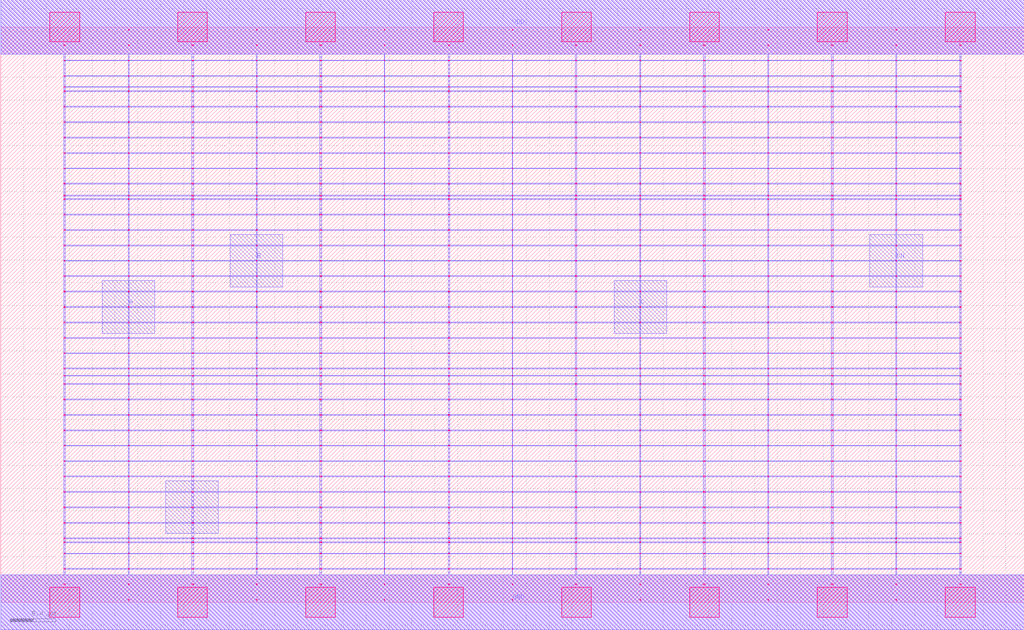
<source format=lef>
MACRO ASYNC3_DEBUG
 CLASS CORE ;
 FOREIGN ASYNC3_DEBUG 0 0 ;
 SIZE 8.96 BY 5.04 ;
 ORIGIN 0 0 ;
 SYMMETRY X Y R90 ;
 SITE unit ;
  PIN VDD
   DIRECTION INOUT ;
   USE SIGNAL ;
   SHAPE ABUTMENT ;
    PORT
     CLASS CORE ;
       LAYER met1 ;
        RECT 0.00000000 4.80000000 8.96000000 5.28000000 ;
       LAYER met2 ;
        RECT 0.00000000 4.80000000 8.96000000 5.28000000 ;
    END
  END VDD

  PIN GND
   DIRECTION INOUT ;
   USE SIGNAL ;
   SHAPE ABUTMENT ;
    PORT
     CLASS CORE ;
       LAYER met1 ;
        RECT 0.00000000 -0.24000000 8.96000000 0.24000000 ;
       LAYER met2 ;
        RECT 0.00000000 -0.24000000 8.96000000 0.24000000 ;
    END
  END GND

  PIN CN
   DIRECTION INOUT ;
   USE SIGNAL ;
   SHAPE ABUTMENT ;
    PORT
     CLASS CORE ;
       LAYER met2 ;
        RECT 1.44500000 0.60200000 1.90500000 1.06200000 ;
       LAYER met2 ;
        RECT 7.61000000 2.76200000 8.07000000 3.22200000 ;
    END
  END CN

  PIN C
   DIRECTION INOUT ;
   USE SIGNAL ;
   SHAPE ABUTMENT ;
    PORT
     CLASS CORE ;
       LAYER met2 ;
        RECT 5.37000000 2.35700000 5.83000000 2.81700000 ;
    END
  END C

  PIN A
   DIRECTION INOUT ;
   USE SIGNAL ;
   SHAPE ABUTMENT ;
    PORT
     CLASS CORE ;
       LAYER met2 ;
        RECT 0.89000000 2.35700000 1.35000000 2.81700000 ;
    END
  END A

  PIN B
   DIRECTION INOUT ;
   USE SIGNAL ;
   SHAPE ABUTMENT ;
    PORT
     CLASS CORE ;
       LAYER met2 ;
        RECT 2.01000000 2.76200000 2.47000000 3.22200000 ;
    END
  END B

 OBS
    LAYER polycont ;
     RECT 4.47600000 0.15300000 4.48400000 0.16100000 ;
     RECT 4.47600000 0.28800000 4.48400000 0.29600000 ;
     RECT 4.47600000 0.42300000 4.48400000 0.43100000 ;
     RECT 4.47600000 0.52100000 4.48400000 0.52900000 ;
     RECT 4.47600000 0.55800000 4.48400000 0.56600000 ;
     RECT 4.47600000 0.69300000 4.48400000 0.70100000 ;
     RECT 4.47600000 0.82800000 4.48400000 0.83600000 ;
     RECT 4.47600000 0.96300000 4.48400000 0.97100000 ;
     RECT 4.47600000 1.09800000 4.48400000 1.10600000 ;
     RECT 4.47600000 1.23300000 4.48400000 1.24100000 ;
     RECT 4.47600000 1.36800000 4.48400000 1.37600000 ;
     RECT 4.47600000 1.50300000 4.48400000 1.51100000 ;
     RECT 4.47600000 1.63800000 4.48400000 1.64600000 ;
     RECT 4.47600000 1.77300000 4.48400000 1.78100000 ;
     RECT 4.47600000 1.90800000 4.48400000 1.91600000 ;
     RECT 4.47600000 1.98100000 4.48400000 1.98900000 ;
     RECT 4.47600000 2.04300000 4.48400000 2.05100000 ;
     RECT 4.47600000 2.17800000 4.48400000 2.18600000 ;
     RECT 4.47600000 2.31300000 4.48400000 2.32100000 ;
     RECT 4.47600000 2.44800000 4.48400000 2.45600000 ;
     RECT 0.55100000 2.58300000 0.56400000 2.59100000 ;
     RECT 1.11600000 2.58300000 1.12400000 2.59100000 ;
     RECT 1.67100000 2.58300000 1.68900000 2.59100000 ;
     RECT 2.23600000 2.58300000 2.24400000 2.59100000 ;
     RECT 2.79100000 2.58300000 2.80900000 2.59100000 ;
     RECT 3.35600000 2.58300000 3.36400000 2.59100000 ;
     RECT 3.91600000 2.58300000 3.92900000 2.59100000 ;
     RECT 4.47600000 2.58300000 4.48400000 2.59100000 ;
     RECT 5.03100000 2.58300000 5.04400000 2.59100000 ;
     RECT 5.59600000 2.58300000 5.60400000 2.59100000 ;
     RECT 6.15100000 2.58300000 6.16900000 2.59100000 ;
     RECT 6.71600000 2.58300000 6.72400000 2.59100000 ;
     RECT 7.27100000 2.58300000 7.28900000 2.59100000 ;
     RECT 7.83600000 2.58300000 7.84400000 2.59100000 ;
     RECT 8.39600000 2.58300000 8.40900000 2.59100000 ;
     RECT 0.55100000 2.71800000 0.56400000 2.72600000 ;
     RECT 1.11600000 2.71800000 1.12400000 2.72600000 ;
     RECT 1.67100000 2.71800000 1.68900000 2.72600000 ;
     RECT 2.23600000 2.71800000 2.24400000 2.72600000 ;
     RECT 2.79100000 2.71800000 2.80900000 2.72600000 ;
     RECT 3.35600000 2.71800000 3.36400000 2.72600000 ;
     RECT 3.91600000 2.71800000 3.92900000 2.72600000 ;
     RECT 4.47600000 2.71800000 4.48400000 2.72600000 ;
     RECT 5.03100000 2.71800000 5.04400000 2.72600000 ;
     RECT 5.59600000 2.71800000 5.60400000 2.72600000 ;
     RECT 6.15100000 2.71800000 6.16900000 2.72600000 ;
     RECT 6.71600000 2.71800000 6.72400000 2.72600000 ;
     RECT 7.27100000 2.71800000 7.28900000 2.72600000 ;
     RECT 7.83600000 2.71800000 7.84400000 2.72600000 ;
     RECT 8.39600000 2.71800000 8.40900000 2.72600000 ;
     RECT 0.55100000 2.85300000 0.56400000 2.86100000 ;
     RECT 1.11600000 2.85300000 1.12400000 2.86100000 ;
     RECT 1.67100000 2.85300000 1.68900000 2.86100000 ;
     RECT 2.23600000 2.85300000 2.24400000 2.86100000 ;
     RECT 2.79100000 2.85300000 2.80900000 2.86100000 ;
     RECT 3.35600000 2.85300000 3.36400000 2.86100000 ;
     RECT 3.91600000 2.85300000 3.92900000 2.86100000 ;
     RECT 4.47600000 2.85300000 4.48400000 2.86100000 ;
     RECT 5.03100000 2.85300000 5.04400000 2.86100000 ;
     RECT 5.59600000 2.85300000 5.60400000 2.86100000 ;
     RECT 6.15100000 2.85300000 6.16900000 2.86100000 ;
     RECT 6.71600000 2.85300000 6.72400000 2.86100000 ;
     RECT 7.27100000 2.85300000 7.28900000 2.86100000 ;
     RECT 7.83600000 2.85300000 7.84400000 2.86100000 ;
     RECT 8.39600000 2.85300000 8.40900000 2.86100000 ;
     RECT 0.55100000 2.98800000 0.56400000 2.99600000 ;
     RECT 1.11600000 2.98800000 1.12400000 2.99600000 ;
     RECT 1.67100000 2.98800000 1.68900000 2.99600000 ;
     RECT 2.23600000 2.98800000 2.24400000 2.99600000 ;
     RECT 2.79100000 2.98800000 2.80900000 2.99600000 ;
     RECT 3.35600000 2.98800000 3.36400000 2.99600000 ;
     RECT 3.91600000 2.98800000 3.92900000 2.99600000 ;
     RECT 4.47600000 2.98800000 4.48400000 2.99600000 ;
     RECT 5.03100000 2.98800000 5.04400000 2.99600000 ;
     RECT 5.59600000 2.98800000 5.60400000 2.99600000 ;
     RECT 6.15100000 2.98800000 6.16900000 2.99600000 ;
     RECT 6.71600000 2.98800000 6.72400000 2.99600000 ;
     RECT 7.27100000 2.98800000 7.28900000 2.99600000 ;
     RECT 7.83600000 2.98800000 7.84400000 2.99600000 ;
     RECT 8.39600000 2.98800000 8.40900000 2.99600000 ;
     RECT 4.47600000 3.12300000 4.48400000 3.13100000 ;
     RECT 4.47600000 3.25800000 4.48400000 3.26600000 ;
     RECT 4.47600000 3.39300000 4.48400000 3.40100000 ;
     RECT 4.47600000 3.52800000 4.48400000 3.53600000 ;
     RECT 4.47600000 3.56100000 4.48400000 3.56900000 ;
     RECT 4.47600000 3.66300000 4.48400000 3.67100000 ;
     RECT 4.47600000 3.79800000 4.48400000 3.80600000 ;
     RECT 4.47600000 3.93300000 4.48400000 3.94100000 ;
     RECT 4.47600000 4.06800000 4.48400000 4.07600000 ;
     RECT 4.47600000 4.20300000 4.48400000 4.21100000 ;
     RECT 4.47600000 4.33800000 4.48400000 4.34600000 ;
     RECT 4.47600000 4.47300000 4.48400000 4.48100000 ;
     RECT 4.47600000 4.51100000 4.48400000 4.51900000 ;
     RECT 4.47600000 4.60800000 4.48400000 4.61600000 ;
     RECT 4.47600000 4.74300000 4.48400000 4.75100000 ;
     RECT 4.47600000 4.87800000 4.48400000 4.88600000 ;

    LAYER pdiffc ;
     RECT 0.55100000 3.39300000 0.55900000 3.40100000 ;
     RECT 3.92100000 3.39300000 3.92900000 3.40100000 ;
     RECT 5.03100000 3.39300000 5.03900000 3.40100000 ;
     RECT 8.40100000 3.39300000 8.40900000 3.40100000 ;
     RECT 0.55100000 3.52800000 0.55900000 3.53600000 ;
     RECT 3.92100000 3.52800000 3.92900000 3.53600000 ;
     RECT 5.03100000 3.52800000 5.03900000 3.53600000 ;
     RECT 8.40100000 3.52800000 8.40900000 3.53600000 ;
     RECT 0.55100000 3.56100000 0.55900000 3.56900000 ;
     RECT 3.92100000 3.56100000 3.92900000 3.56900000 ;
     RECT 5.03100000 3.56100000 5.03900000 3.56900000 ;
     RECT 8.40100000 3.56100000 8.40900000 3.56900000 ;
     RECT 0.55100000 3.66300000 0.55900000 3.67100000 ;
     RECT 3.92100000 3.66300000 3.92900000 3.67100000 ;
     RECT 5.03100000 3.66300000 5.03900000 3.67100000 ;
     RECT 8.40100000 3.66300000 8.40900000 3.67100000 ;
     RECT 0.55100000 3.79800000 0.55900000 3.80600000 ;
     RECT 3.92100000 3.79800000 3.92900000 3.80600000 ;
     RECT 5.03100000 3.79800000 5.03900000 3.80600000 ;
     RECT 8.40100000 3.79800000 8.40900000 3.80600000 ;
     RECT 0.55100000 3.93300000 0.55900000 3.94100000 ;
     RECT 3.92100000 3.93300000 3.92900000 3.94100000 ;
     RECT 5.03100000 3.93300000 5.03900000 3.94100000 ;
     RECT 8.40100000 3.93300000 8.40900000 3.94100000 ;
     RECT 0.55100000 4.06800000 0.55900000 4.07600000 ;
     RECT 3.92100000 4.06800000 3.92900000 4.07600000 ;
     RECT 5.03100000 4.06800000 5.03900000 4.07600000 ;
     RECT 8.40100000 4.06800000 8.40900000 4.07600000 ;
     RECT 0.55100000 4.20300000 0.55900000 4.21100000 ;
     RECT 3.92100000 4.20300000 3.92900000 4.21100000 ;
     RECT 5.03100000 4.20300000 5.03900000 4.21100000 ;
     RECT 8.40100000 4.20300000 8.40900000 4.21100000 ;
     RECT 0.55100000 4.33800000 0.55900000 4.34600000 ;
     RECT 3.92100000 4.33800000 3.92900000 4.34600000 ;
     RECT 5.03100000 4.33800000 5.03900000 4.34600000 ;
     RECT 8.40100000 4.33800000 8.40900000 4.34600000 ;
     RECT 0.55100000 4.47300000 0.55900000 4.48100000 ;
     RECT 3.92100000 4.47300000 3.92900000 4.48100000 ;
     RECT 5.03100000 4.47300000 5.03900000 4.48100000 ;
     RECT 8.40100000 4.47300000 8.40900000 4.48100000 ;
     RECT 0.55100000 4.51100000 0.55900000 4.51900000 ;
     RECT 3.92100000 4.51100000 3.92900000 4.51900000 ;
     RECT 5.03100000 4.51100000 5.03900000 4.51900000 ;
     RECT 8.40100000 4.51100000 8.40900000 4.51900000 ;
     RECT 0.55100000 4.60800000 0.55900000 4.61600000 ;
     RECT 3.92100000 4.60800000 3.92900000 4.61600000 ;
     RECT 5.03100000 4.60800000 5.03900000 4.61600000 ;
     RECT 8.40100000 4.60800000 8.40900000 4.61600000 ;

    LAYER ndiffc ;
     RECT 5.03100000 0.42300000 5.04400000 0.43100000 ;
     RECT 6.15100000 0.42300000 6.16900000 0.43100000 ;
     RECT 7.27100000 0.42300000 7.28900000 0.43100000 ;
     RECT 8.39600000 0.42300000 8.40900000 0.43100000 ;
     RECT 5.03100000 0.52100000 5.04400000 0.52900000 ;
     RECT 6.15100000 0.52100000 6.16900000 0.52900000 ;
     RECT 7.27100000 0.52100000 7.28900000 0.52900000 ;
     RECT 8.39600000 0.52100000 8.40900000 0.52900000 ;
     RECT 5.03100000 0.55800000 5.04400000 0.56600000 ;
     RECT 6.15100000 0.55800000 6.16900000 0.56600000 ;
     RECT 7.27100000 0.55800000 7.28900000 0.56600000 ;
     RECT 8.39600000 0.55800000 8.40900000 0.56600000 ;
     RECT 5.03100000 0.69300000 5.04400000 0.70100000 ;
     RECT 6.15100000 0.69300000 6.16900000 0.70100000 ;
     RECT 7.27100000 0.69300000 7.28900000 0.70100000 ;
     RECT 8.39600000 0.69300000 8.40900000 0.70100000 ;
     RECT 5.03100000 0.82800000 5.04400000 0.83600000 ;
     RECT 6.15100000 0.82800000 6.16900000 0.83600000 ;
     RECT 7.27100000 0.82800000 7.28900000 0.83600000 ;
     RECT 8.39600000 0.82800000 8.40900000 0.83600000 ;
     RECT 5.03100000 0.96300000 5.04400000 0.97100000 ;
     RECT 6.15100000 0.96300000 6.16900000 0.97100000 ;
     RECT 7.27100000 0.96300000 7.28900000 0.97100000 ;
     RECT 8.39600000 0.96300000 8.40900000 0.97100000 ;
     RECT 5.03100000 1.09800000 5.04400000 1.10600000 ;
     RECT 6.15100000 1.09800000 6.16900000 1.10600000 ;
     RECT 7.27100000 1.09800000 7.28900000 1.10600000 ;
     RECT 8.39600000 1.09800000 8.40900000 1.10600000 ;
     RECT 5.03100000 1.23300000 5.04400000 1.24100000 ;
     RECT 6.15100000 1.23300000 6.16900000 1.24100000 ;
     RECT 7.27100000 1.23300000 7.28900000 1.24100000 ;
     RECT 8.39600000 1.23300000 8.40900000 1.24100000 ;
     RECT 5.03100000 1.36800000 5.04400000 1.37600000 ;
     RECT 6.15100000 1.36800000 6.16900000 1.37600000 ;
     RECT 7.27100000 1.36800000 7.28900000 1.37600000 ;
     RECT 8.39600000 1.36800000 8.40900000 1.37600000 ;
     RECT 5.03100000 1.50300000 5.04400000 1.51100000 ;
     RECT 6.15100000 1.50300000 6.16900000 1.51100000 ;
     RECT 7.27100000 1.50300000 7.28900000 1.51100000 ;
     RECT 8.39600000 1.50300000 8.40900000 1.51100000 ;
     RECT 5.03100000 1.63800000 5.04400000 1.64600000 ;
     RECT 6.15100000 1.63800000 6.16900000 1.64600000 ;
     RECT 7.27100000 1.63800000 7.28900000 1.64600000 ;
     RECT 8.39600000 1.63800000 8.40900000 1.64600000 ;
     RECT 5.03100000 1.77300000 5.04400000 1.78100000 ;
     RECT 6.15100000 1.77300000 6.16900000 1.78100000 ;
     RECT 7.27100000 1.77300000 7.28900000 1.78100000 ;
     RECT 8.39600000 1.77300000 8.40900000 1.78100000 ;
     RECT 5.03100000 1.90800000 5.04400000 1.91600000 ;
     RECT 6.15100000 1.90800000 6.16900000 1.91600000 ;
     RECT 7.27100000 1.90800000 7.28900000 1.91600000 ;
     RECT 8.39600000 1.90800000 8.40900000 1.91600000 ;
     RECT 5.03100000 1.98100000 5.04400000 1.98900000 ;
     RECT 6.15100000 1.98100000 6.16900000 1.98900000 ;
     RECT 7.27100000 1.98100000 7.28900000 1.98900000 ;
     RECT 8.39600000 1.98100000 8.40900000 1.98900000 ;
     RECT 5.03100000 2.04300000 5.04400000 2.05100000 ;
     RECT 6.15100000 2.04300000 6.16900000 2.05100000 ;
     RECT 7.27100000 2.04300000 7.28900000 2.05100000 ;
     RECT 8.39600000 2.04300000 8.40900000 2.05100000 ;
     RECT 0.55100000 0.42300000 0.56400000 0.43100000 ;
     RECT 1.67100000 0.42300000 1.68900000 0.43100000 ;
     RECT 2.79100000 0.42300000 2.80900000 0.43100000 ;
     RECT 3.91600000 0.42300000 3.92900000 0.43100000 ;
     RECT 0.55100000 1.36800000 0.56400000 1.37600000 ;
     RECT 1.67100000 1.36800000 1.68900000 1.37600000 ;
     RECT 2.79100000 1.36800000 2.80900000 1.37600000 ;
     RECT 3.91600000 1.36800000 3.92900000 1.37600000 ;
     RECT 0.55100000 0.82800000 0.56400000 0.83600000 ;
     RECT 1.67100000 0.82800000 1.68900000 0.83600000 ;
     RECT 2.79100000 0.82800000 2.80900000 0.83600000 ;
     RECT 3.91600000 0.82800000 3.92900000 0.83600000 ;
     RECT 0.55100000 1.50300000 0.56400000 1.51100000 ;
     RECT 1.67100000 1.50300000 1.68900000 1.51100000 ;
     RECT 2.79100000 1.50300000 2.80900000 1.51100000 ;
     RECT 3.91600000 1.50300000 3.92900000 1.51100000 ;
     RECT 0.55100000 0.55800000 0.56400000 0.56600000 ;
     RECT 1.67100000 0.55800000 1.68900000 0.56600000 ;
     RECT 2.79100000 0.55800000 2.80900000 0.56600000 ;
     RECT 3.91600000 0.55800000 3.92900000 0.56600000 ;
     RECT 0.55100000 1.63800000 0.56400000 1.64600000 ;
     RECT 1.67100000 1.63800000 1.68900000 1.64600000 ;
     RECT 2.79100000 1.63800000 2.80900000 1.64600000 ;
     RECT 3.91600000 1.63800000 3.92900000 1.64600000 ;
     RECT 0.55100000 0.96300000 0.56400000 0.97100000 ;
     RECT 1.67100000 0.96300000 1.68900000 0.97100000 ;
     RECT 2.79100000 0.96300000 2.80900000 0.97100000 ;
     RECT 3.91600000 0.96300000 3.92900000 0.97100000 ;
     RECT 0.55100000 1.77300000 0.56400000 1.78100000 ;
     RECT 1.67100000 1.77300000 1.68900000 1.78100000 ;
     RECT 2.79100000 1.77300000 2.80900000 1.78100000 ;
     RECT 3.91600000 1.77300000 3.92900000 1.78100000 ;
     RECT 0.55100000 0.52100000 0.56400000 0.52900000 ;
     RECT 1.67100000 0.52100000 1.68900000 0.52900000 ;
     RECT 2.79100000 0.52100000 2.80900000 0.52900000 ;
     RECT 3.91600000 0.52100000 3.92900000 0.52900000 ;
     RECT 0.55100000 1.90800000 0.56400000 1.91600000 ;
     RECT 1.67100000 1.90800000 1.68900000 1.91600000 ;
     RECT 2.79100000 1.90800000 2.80900000 1.91600000 ;
     RECT 3.91600000 1.90800000 3.92900000 1.91600000 ;
     RECT 0.55100000 1.09800000 0.56400000 1.10600000 ;
     RECT 1.67100000 1.09800000 1.68900000 1.10600000 ;
     RECT 2.79100000 1.09800000 2.80900000 1.10600000 ;
     RECT 3.91600000 1.09800000 3.92900000 1.10600000 ;
     RECT 0.55100000 1.98100000 0.56400000 1.98900000 ;
     RECT 1.67100000 1.98100000 1.68900000 1.98900000 ;
     RECT 2.79100000 1.98100000 2.80900000 1.98900000 ;
     RECT 3.91600000 1.98100000 3.92900000 1.98900000 ;
     RECT 0.55100000 0.69300000 0.56400000 0.70100000 ;
     RECT 1.67100000 0.69300000 1.68900000 0.70100000 ;
     RECT 2.79100000 0.69300000 2.80900000 0.70100000 ;
     RECT 3.91600000 0.69300000 3.92900000 0.70100000 ;
     RECT 0.55100000 2.04300000 0.56400000 2.05100000 ;
     RECT 1.67100000 2.04300000 1.68900000 2.05100000 ;
     RECT 2.79100000 2.04300000 2.80900000 2.05100000 ;
     RECT 3.91600000 2.04300000 3.92900000 2.05100000 ;
     RECT 0.55100000 1.23300000 0.56400000 1.24100000 ;
     RECT 1.67100000 1.23300000 1.68900000 1.24100000 ;
     RECT 2.79100000 1.23300000 2.80900000 1.24100000 ;
     RECT 3.91600000 1.23300000 3.92900000 1.24100000 ;

    LAYER met1 ;
     RECT 0.00000000 -0.24000000 8.96000000 0.24000000 ;
     RECT 4.47600000 0.24000000 4.48400000 0.28800000 ;
     RECT 0.55100000 0.28800000 8.40900000 0.29600000 ;
     RECT 4.47600000 0.29600000 4.48400000 0.42300000 ;
     RECT 0.55100000 0.42300000 8.40900000 0.43100000 ;
     RECT 4.47600000 0.43100000 4.48400000 0.52100000 ;
     RECT 0.55100000 0.52100000 8.40900000 0.52900000 ;
     RECT 4.47600000 0.52900000 4.48400000 0.55800000 ;
     RECT 0.55100000 0.55800000 8.40900000 0.56600000 ;
     RECT 4.47600000 0.56600000 4.48400000 0.69300000 ;
     RECT 0.55100000 0.69300000 8.40900000 0.70100000 ;
     RECT 4.47600000 0.70100000 4.48400000 0.82800000 ;
     RECT 0.55100000 0.82800000 8.40900000 0.83600000 ;
     RECT 4.47600000 0.83600000 4.48400000 0.96300000 ;
     RECT 0.55100000 0.96300000 8.40900000 0.97100000 ;
     RECT 4.47600000 0.97100000 4.48400000 1.09800000 ;
     RECT 0.55100000 1.09800000 8.40900000 1.10600000 ;
     RECT 4.47600000 1.10600000 4.48400000 1.23300000 ;
     RECT 0.55100000 1.23300000 8.40900000 1.24100000 ;
     RECT 4.47600000 1.24100000 4.48400000 1.36800000 ;
     RECT 0.55100000 1.36800000 8.40900000 1.37600000 ;
     RECT 4.47600000 1.37600000 4.48400000 1.50300000 ;
     RECT 0.55100000 1.50300000 8.40900000 1.51100000 ;
     RECT 4.47600000 1.51100000 4.48400000 1.63800000 ;
     RECT 0.55100000 1.63800000 8.40900000 1.64600000 ;
     RECT 4.47600000 1.64600000 4.48400000 1.77300000 ;
     RECT 0.55100000 1.77300000 8.40900000 1.78100000 ;
     RECT 4.47600000 1.78100000 4.48400000 1.90800000 ;
     RECT 0.55100000 1.90800000 8.40900000 1.91600000 ;
     RECT 4.47600000 1.91600000 4.48400000 1.98100000 ;
     RECT 0.55100000 1.98100000 8.40900000 1.98900000 ;
     RECT 4.47600000 1.98900000 4.48400000 2.04300000 ;
     RECT 0.55100000 2.04300000 8.40900000 2.05100000 ;
     RECT 4.47600000 2.05100000 4.48400000 2.17800000 ;
     RECT 0.55100000 2.17800000 8.40900000 2.18600000 ;
     RECT 4.47600000 2.18600000 4.48400000 2.31300000 ;
     RECT 0.55100000 2.31300000 8.40900000 2.32100000 ;
     RECT 4.47600000 2.32100000 4.48400000 2.44800000 ;
     RECT 0.55100000 2.44800000 8.40900000 2.45600000 ;
     RECT 0.55100000 2.45600000 0.56400000 2.58300000 ;
     RECT 1.11600000 2.45600000 1.12400000 2.58300000 ;
     RECT 1.67100000 2.45600000 1.68900000 2.58300000 ;
     RECT 2.23600000 2.45600000 2.24400000 2.58300000 ;
     RECT 2.79100000 2.45600000 2.80900000 2.58300000 ;
     RECT 3.35600000 2.45600000 3.36400000 2.58300000 ;
     RECT 3.91600000 2.45600000 3.92900000 2.58300000 ;
     RECT 4.47600000 2.45600000 4.48400000 2.58300000 ;
     RECT 5.03100000 2.45600000 5.04400000 2.58300000 ;
     RECT 5.59600000 2.45600000 5.60400000 2.58300000 ;
     RECT 6.15100000 2.45600000 6.16900000 2.58300000 ;
     RECT 6.71600000 2.45600000 6.72400000 2.58300000 ;
     RECT 7.27100000 2.45600000 7.28900000 2.58300000 ;
     RECT 7.83600000 2.45600000 7.84400000 2.58300000 ;
     RECT 8.39600000 2.45600000 8.40900000 2.58300000 ;
     RECT 0.55100000 2.58300000 8.40900000 2.59100000 ;
     RECT 4.47600000 2.59100000 4.48400000 2.71800000 ;
     RECT 0.55100000 2.71800000 8.40900000 2.72600000 ;
     RECT 4.47600000 2.72600000 4.48400000 2.85300000 ;
     RECT 0.55100000 2.85300000 8.40900000 2.86100000 ;
     RECT 4.47600000 2.86100000 4.48400000 2.98800000 ;
     RECT 0.55100000 2.98800000 8.40900000 2.99600000 ;
     RECT 4.47600000 2.99600000 4.48400000 3.12300000 ;
     RECT 0.55100000 3.12300000 8.40900000 3.13100000 ;
     RECT 4.47600000 3.13100000 4.48400000 3.25800000 ;
     RECT 0.55100000 3.25800000 8.40900000 3.26600000 ;
     RECT 4.47600000 3.26600000 4.48400000 3.39300000 ;
     RECT 0.55100000 3.39300000 8.40900000 3.40100000 ;
     RECT 4.47600000 3.40100000 4.48400000 3.52800000 ;
     RECT 0.55100000 3.52800000 8.40900000 3.53600000 ;
     RECT 4.47600000 3.53600000 4.48400000 3.56100000 ;
     RECT 0.55100000 3.56100000 8.40900000 3.56900000 ;
     RECT 4.47600000 3.56900000 4.48400000 3.66300000 ;
     RECT 0.55100000 3.66300000 8.40900000 3.67100000 ;
     RECT 4.47600000 3.67100000 4.48400000 3.79800000 ;
     RECT 0.55100000 3.79800000 8.40900000 3.80600000 ;
     RECT 4.47600000 3.80600000 4.48400000 3.93300000 ;
     RECT 0.55100000 3.93300000 8.40900000 3.94100000 ;
     RECT 4.47600000 3.94100000 4.48400000 4.06800000 ;
     RECT 0.55100000 4.06800000 8.40900000 4.07600000 ;
     RECT 4.47600000 4.07600000 4.48400000 4.20300000 ;
     RECT 0.55100000 4.20300000 8.40900000 4.21100000 ;
     RECT 4.47600000 4.21100000 4.48400000 4.33800000 ;
     RECT 0.55100000 4.33800000 8.40900000 4.34600000 ;
     RECT 4.47600000 4.34600000 4.48400000 4.47300000 ;
     RECT 0.55100000 4.47300000 8.40900000 4.48100000 ;
     RECT 4.47600000 4.48100000 4.48400000 4.51100000 ;
     RECT 0.55100000 4.51100000 8.40900000 4.51900000 ;
     RECT 4.47600000 4.51900000 4.48400000 4.60800000 ;
     RECT 0.55100000 4.60800000 8.40900000 4.61600000 ;
     RECT 4.47600000 4.61600000 4.48400000 4.74300000 ;
     RECT 0.55100000 4.74300000 8.40900000 4.75100000 ;
     RECT 4.47600000 4.75100000 4.48400000 4.80000000 ;
     RECT 0.00000000 4.80000000 8.96000000 5.28000000 ;
     RECT 6.71600000 3.13100000 6.72400000 3.25800000 ;
     RECT 6.71600000 3.26600000 6.72400000 3.39300000 ;
     RECT 6.71600000 3.40100000 6.72400000 3.52800000 ;
     RECT 6.71600000 2.72600000 6.72400000 2.85300000 ;
     RECT 6.71600000 3.53600000 6.72400000 3.56100000 ;
     RECT 6.71600000 3.56900000 6.72400000 3.66300000 ;
     RECT 6.71600000 2.59100000 6.72400000 2.71800000 ;
     RECT 6.71600000 3.67100000 6.72400000 3.79800000 ;
     RECT 5.03100000 3.80600000 5.04400000 3.93300000 ;
     RECT 5.59600000 3.80600000 5.60400000 3.93300000 ;
     RECT 6.15100000 3.80600000 6.16900000 3.93300000 ;
     RECT 6.71600000 3.80600000 6.72400000 3.93300000 ;
     RECT 7.27100000 3.80600000 7.28900000 3.93300000 ;
     RECT 7.83600000 3.80600000 7.84400000 3.93300000 ;
     RECT 8.39600000 3.80600000 8.40900000 3.93300000 ;
     RECT 6.71600000 2.86100000 6.72400000 2.98800000 ;
     RECT 6.71600000 3.94100000 6.72400000 4.06800000 ;
     RECT 6.71600000 4.07600000 6.72400000 4.20300000 ;
     RECT 6.71600000 4.21100000 6.72400000 4.33800000 ;
     RECT 6.71600000 4.34600000 6.72400000 4.47300000 ;
     RECT 6.71600000 4.48100000 6.72400000 4.51100000 ;
     RECT 6.71600000 2.99600000 6.72400000 3.12300000 ;
     RECT 6.71600000 4.51900000 6.72400000 4.60800000 ;
     RECT 6.71600000 4.61600000 6.72400000 4.74300000 ;
     RECT 6.71600000 4.75100000 6.72400000 4.80000000 ;
     RECT 7.27100000 4.21100000 7.28900000 4.33800000 ;
     RECT 7.83600000 4.21100000 7.84400000 4.33800000 ;
     RECT 8.39600000 4.21100000 8.40900000 4.33800000 ;
     RECT 8.39600000 3.94100000 8.40900000 4.06800000 ;
     RECT 7.27100000 4.34600000 7.28900000 4.47300000 ;
     RECT 7.83600000 4.34600000 7.84400000 4.47300000 ;
     RECT 8.39600000 4.34600000 8.40900000 4.47300000 ;
     RECT 7.27100000 3.94100000 7.28900000 4.06800000 ;
     RECT 7.27100000 4.48100000 7.28900000 4.51100000 ;
     RECT 7.83600000 4.48100000 7.84400000 4.51100000 ;
     RECT 8.39600000 4.48100000 8.40900000 4.51100000 ;
     RECT 7.27100000 4.07600000 7.28900000 4.20300000 ;
     RECT 7.83600000 4.07600000 7.84400000 4.20300000 ;
     RECT 7.27100000 4.51900000 7.28900000 4.60800000 ;
     RECT 7.83600000 4.51900000 7.84400000 4.60800000 ;
     RECT 8.39600000 4.51900000 8.40900000 4.60800000 ;
     RECT 8.39600000 4.07600000 8.40900000 4.20300000 ;
     RECT 7.27100000 4.61600000 7.28900000 4.74300000 ;
     RECT 7.83600000 4.61600000 7.84400000 4.74300000 ;
     RECT 8.39600000 4.61600000 8.40900000 4.74300000 ;
     RECT 7.83600000 3.94100000 7.84400000 4.06800000 ;
     RECT 7.27100000 4.75100000 7.28900000 4.80000000 ;
     RECT 7.83600000 4.75100000 7.84400000 4.80000000 ;
     RECT 8.39600000 4.75100000 8.40900000 4.80000000 ;
     RECT 6.15100000 4.07600000 6.16900000 4.20300000 ;
     RECT 5.59600000 3.94100000 5.60400000 4.06800000 ;
     RECT 6.15100000 3.94100000 6.16900000 4.06800000 ;
     RECT 5.03100000 4.51900000 5.04400000 4.60800000 ;
     RECT 5.59600000 4.51900000 5.60400000 4.60800000 ;
     RECT 6.15100000 4.51900000 6.16900000 4.60800000 ;
     RECT 5.03100000 4.34600000 5.04400000 4.47300000 ;
     RECT 5.59600000 4.34600000 5.60400000 4.47300000 ;
     RECT 6.15100000 4.34600000 6.16900000 4.47300000 ;
     RECT 5.03100000 3.94100000 5.04400000 4.06800000 ;
     RECT 5.03100000 4.61600000 5.04400000 4.74300000 ;
     RECT 5.59600000 4.61600000 5.60400000 4.74300000 ;
     RECT 6.15100000 4.61600000 6.16900000 4.74300000 ;
     RECT 5.03100000 4.07600000 5.04400000 4.20300000 ;
     RECT 5.03100000 4.21100000 5.04400000 4.33800000 ;
     RECT 5.59600000 4.21100000 5.60400000 4.33800000 ;
     RECT 5.03100000 4.48100000 5.04400000 4.51100000 ;
     RECT 5.03100000 4.75100000 5.04400000 4.80000000 ;
     RECT 5.59600000 4.75100000 5.60400000 4.80000000 ;
     RECT 6.15100000 4.75100000 6.16900000 4.80000000 ;
     RECT 5.59600000 4.48100000 5.60400000 4.51100000 ;
     RECT 6.15100000 4.48100000 6.16900000 4.51100000 ;
     RECT 6.15100000 4.21100000 6.16900000 4.33800000 ;
     RECT 5.59600000 4.07600000 5.60400000 4.20300000 ;
     RECT 5.03100000 3.56900000 5.04400000 3.66300000 ;
     RECT 5.59600000 3.56900000 5.60400000 3.66300000 ;
     RECT 6.15100000 3.56900000 6.16900000 3.66300000 ;
     RECT 5.03100000 3.26600000 5.04400000 3.39300000 ;
     RECT 6.15100000 2.59100000 6.16900000 2.71800000 ;
     RECT 5.59600000 3.26600000 5.60400000 3.39300000 ;
     RECT 5.03100000 3.67100000 5.04400000 3.79800000 ;
     RECT 5.59600000 3.67100000 5.60400000 3.79800000 ;
     RECT 6.15100000 3.67100000 6.16900000 3.79800000 ;
     RECT 6.15100000 3.26600000 6.16900000 3.39300000 ;
     RECT 5.03100000 2.86100000 5.04400000 2.98800000 ;
     RECT 5.59600000 2.86100000 5.60400000 2.98800000 ;
     RECT 6.15100000 3.13100000 6.16900000 3.25800000 ;
     RECT 5.59600000 2.72600000 5.60400000 2.85300000 ;
     RECT 6.15100000 2.72600000 6.16900000 2.85300000 ;
     RECT 5.03100000 3.40100000 5.04400000 3.52800000 ;
     RECT 5.59600000 3.40100000 5.60400000 3.52800000 ;
     RECT 5.03100000 2.99600000 5.04400000 3.12300000 ;
     RECT 6.15100000 3.40100000 6.16900000 3.52800000 ;
     RECT 5.59600000 3.13100000 5.60400000 3.25800000 ;
     RECT 6.15100000 2.86100000 6.16900000 2.98800000 ;
     RECT 5.03100000 2.59100000 5.04400000 2.71800000 ;
     RECT 5.59600000 2.59100000 5.60400000 2.71800000 ;
     RECT 5.03100000 3.53600000 5.04400000 3.56100000 ;
     RECT 5.59600000 3.53600000 5.60400000 3.56100000 ;
     RECT 6.15100000 3.53600000 6.16900000 3.56100000 ;
     RECT 5.59600000 2.99600000 5.60400000 3.12300000 ;
     RECT 6.15100000 2.99600000 6.16900000 3.12300000 ;
     RECT 5.03100000 2.72600000 5.04400000 2.85300000 ;
     RECT 5.03100000 3.13100000 5.04400000 3.25800000 ;
     RECT 7.83600000 2.72600000 7.84400000 2.85300000 ;
     RECT 8.39600000 2.86100000 8.40900000 2.98800000 ;
     RECT 7.27100000 2.59100000 7.28900000 2.71800000 ;
     RECT 7.27100000 2.99600000 7.28900000 3.12300000 ;
     RECT 8.39600000 2.72600000 8.40900000 2.85300000 ;
     RECT 8.39600000 3.26600000 8.40900000 3.39300000 ;
     RECT 7.27100000 3.40100000 7.28900000 3.52800000 ;
     RECT 7.83600000 3.40100000 7.84400000 3.52800000 ;
     RECT 8.39600000 3.40100000 8.40900000 3.52800000 ;
     RECT 7.27100000 3.56900000 7.28900000 3.66300000 ;
     RECT 7.83600000 3.56900000 7.84400000 3.66300000 ;
     RECT 7.83600000 2.99600000 7.84400000 3.12300000 ;
     RECT 8.39600000 2.99600000 8.40900000 3.12300000 ;
     RECT 7.83600000 2.59100000 7.84400000 2.71800000 ;
     RECT 8.39600000 3.56900000 8.40900000 3.66300000 ;
     RECT 7.27100000 3.13100000 7.28900000 3.25800000 ;
     RECT 7.27100000 2.72600000 7.28900000 2.85300000 ;
     RECT 7.83600000 3.13100000 7.84400000 3.25800000 ;
     RECT 8.39600000 3.13100000 8.40900000 3.25800000 ;
     RECT 7.27100000 3.26600000 7.28900000 3.39300000 ;
     RECT 8.39600000 2.59100000 8.40900000 2.71800000 ;
     RECT 7.83600000 3.26600000 7.84400000 3.39300000 ;
     RECT 7.27100000 2.86100000 7.28900000 2.98800000 ;
     RECT 7.83600000 2.86100000 7.84400000 2.98800000 ;
     RECT 7.27100000 3.67100000 7.28900000 3.79800000 ;
     RECT 7.83600000 3.67100000 7.84400000 3.79800000 ;
     RECT 8.39600000 3.67100000 8.40900000 3.79800000 ;
     RECT 7.27100000 3.53600000 7.28900000 3.56100000 ;
     RECT 7.83600000 3.53600000 7.84400000 3.56100000 ;
     RECT 8.39600000 3.53600000 8.40900000 3.56100000 ;
     RECT 2.23600000 3.94100000 2.24400000 4.06800000 ;
     RECT 2.23600000 3.40100000 2.24400000 3.52800000 ;
     RECT 2.23600000 4.07600000 2.24400000 4.20300000 ;
     RECT 2.23600000 3.53600000 2.24400000 3.56100000 ;
     RECT 2.23600000 4.21100000 2.24400000 4.33800000 ;
     RECT 2.23600000 2.86100000 2.24400000 2.98800000 ;
     RECT 2.23600000 3.13100000 2.24400000 3.25800000 ;
     RECT 2.23600000 4.34600000 2.24400000 4.47300000 ;
     RECT 2.23600000 3.56900000 2.24400000 3.66300000 ;
     RECT 2.23600000 4.48100000 2.24400000 4.51100000 ;
     RECT 2.23600000 2.72600000 2.24400000 2.85300000 ;
     RECT 2.23600000 4.51900000 2.24400000 4.60800000 ;
     RECT 2.23600000 3.67100000 2.24400000 3.79800000 ;
     RECT 2.23600000 4.61600000 2.24400000 4.74300000 ;
     RECT 2.23600000 3.26600000 2.24400000 3.39300000 ;
     RECT 2.23600000 2.59100000 2.24400000 2.71800000 ;
     RECT 0.55100000 3.80600000 0.56400000 3.93300000 ;
     RECT 1.11600000 3.80600000 1.12400000 3.93300000 ;
     RECT 2.23600000 4.75100000 2.24400000 4.80000000 ;
     RECT 1.67100000 3.80600000 1.68900000 3.93300000 ;
     RECT 2.23600000 3.80600000 2.24400000 3.93300000 ;
     RECT 2.79100000 3.80600000 2.80900000 3.93300000 ;
     RECT 3.35600000 3.80600000 3.36400000 3.93300000 ;
     RECT 3.91600000 3.80600000 3.92900000 3.93300000 ;
     RECT 2.23600000 2.99600000 2.24400000 3.12300000 ;
     RECT 2.79100000 3.94100000 2.80900000 4.06800000 ;
     RECT 2.79100000 4.21100000 2.80900000 4.33800000 ;
     RECT 2.79100000 4.51900000 2.80900000 4.60800000 ;
     RECT 3.35600000 4.51900000 3.36400000 4.60800000 ;
     RECT 3.91600000 4.51900000 3.92900000 4.60800000 ;
     RECT 3.35600000 4.21100000 3.36400000 4.33800000 ;
     RECT 3.91600000 4.21100000 3.92900000 4.33800000 ;
     RECT 2.79100000 4.61600000 2.80900000 4.74300000 ;
     RECT 3.35600000 4.61600000 3.36400000 4.74300000 ;
     RECT 3.91600000 4.61600000 3.92900000 4.74300000 ;
     RECT 3.35600000 3.94100000 3.36400000 4.06800000 ;
     RECT 2.79100000 4.07600000 2.80900000 4.20300000 ;
     RECT 3.35600000 4.07600000 3.36400000 4.20300000 ;
     RECT 2.79100000 4.34600000 2.80900000 4.47300000 ;
     RECT 3.35600000 4.34600000 3.36400000 4.47300000 ;
     RECT 2.79100000 4.75100000 2.80900000 4.80000000 ;
     RECT 3.35600000 4.75100000 3.36400000 4.80000000 ;
     RECT 3.91600000 4.75100000 3.92900000 4.80000000 ;
     RECT 3.91600000 4.34600000 3.92900000 4.47300000 ;
     RECT 3.91600000 4.07600000 3.92900000 4.20300000 ;
     RECT 3.91600000 3.94100000 3.92900000 4.06800000 ;
     RECT 2.79100000 4.48100000 2.80900000 4.51100000 ;
     RECT 3.35600000 4.48100000 3.36400000 4.51100000 ;
     RECT 3.91600000 4.48100000 3.92900000 4.51100000 ;
     RECT 0.55100000 4.61600000 0.56400000 4.74300000 ;
     RECT 1.11600000 4.61600000 1.12400000 4.74300000 ;
     RECT 1.67100000 4.61600000 1.68900000 4.74300000 ;
     RECT 1.67100000 4.07600000 1.68900000 4.20300000 ;
     RECT 1.67100000 3.94100000 1.68900000 4.06800000 ;
     RECT 0.55100000 4.48100000 0.56400000 4.51100000 ;
     RECT 1.11600000 4.48100000 1.12400000 4.51100000 ;
     RECT 1.67100000 4.48100000 1.68900000 4.51100000 ;
     RECT 0.55100000 3.94100000 0.56400000 4.06800000 ;
     RECT 1.11600000 3.94100000 1.12400000 4.06800000 ;
     RECT 0.55100000 4.07600000 0.56400000 4.20300000 ;
     RECT 0.55100000 4.75100000 0.56400000 4.80000000 ;
     RECT 1.11600000 4.75100000 1.12400000 4.80000000 ;
     RECT 1.67100000 4.75100000 1.68900000 4.80000000 ;
     RECT 1.11600000 4.07600000 1.12400000 4.20300000 ;
     RECT 0.55100000 4.34600000 0.56400000 4.47300000 ;
     RECT 0.55100000 4.51900000 0.56400000 4.60800000 ;
     RECT 1.11600000 4.51900000 1.12400000 4.60800000 ;
     RECT 1.67100000 4.51900000 1.68900000 4.60800000 ;
     RECT 1.11600000 4.34600000 1.12400000 4.47300000 ;
     RECT 1.67100000 4.34600000 1.68900000 4.47300000 ;
     RECT 0.55100000 4.21100000 0.56400000 4.33800000 ;
     RECT 1.11600000 4.21100000 1.12400000 4.33800000 ;
     RECT 1.67100000 4.21100000 1.68900000 4.33800000 ;
     RECT 0.55100000 3.56900000 0.56400000 3.66300000 ;
     RECT 1.11600000 3.26600000 1.12400000 3.39300000 ;
     RECT 1.67100000 3.26600000 1.68900000 3.39300000 ;
     RECT 1.11600000 3.56900000 1.12400000 3.66300000 ;
     RECT 1.67100000 3.56900000 1.68900000 3.66300000 ;
     RECT 0.55100000 2.72600000 0.56400000 2.85300000 ;
     RECT 1.67100000 3.40100000 1.68900000 3.52800000 ;
     RECT 1.11600000 2.72600000 1.12400000 2.85300000 ;
     RECT 0.55100000 2.86100000 0.56400000 2.98800000 ;
     RECT 1.11600000 2.86100000 1.12400000 2.98800000 ;
     RECT 0.55100000 3.13100000 0.56400000 3.25800000 ;
     RECT 1.11600000 3.13100000 1.12400000 3.25800000 ;
     RECT 1.67100000 3.13100000 1.68900000 3.25800000 ;
     RECT 1.67100000 2.72600000 1.68900000 2.85300000 ;
     RECT 1.67100000 2.86100000 1.68900000 2.98800000 ;
     RECT 1.67100000 2.59100000 1.68900000 2.71800000 ;
     RECT 0.55100000 3.26600000 0.56400000 3.39300000 ;
     RECT 0.55100000 3.53600000 0.56400000 3.56100000 ;
     RECT 1.11600000 3.53600000 1.12400000 3.56100000 ;
     RECT 1.67100000 3.53600000 1.68900000 3.56100000 ;
     RECT 0.55100000 3.40100000 0.56400000 3.52800000 ;
     RECT 1.11600000 3.40100000 1.12400000 3.52800000 ;
     RECT 0.55100000 2.59100000 0.56400000 2.71800000 ;
     RECT 1.11600000 2.59100000 1.12400000 2.71800000 ;
     RECT 0.55100000 3.67100000 0.56400000 3.79800000 ;
     RECT 1.11600000 3.67100000 1.12400000 3.79800000 ;
     RECT 0.55100000 2.99600000 0.56400000 3.12300000 ;
     RECT 1.11600000 2.99600000 1.12400000 3.12300000 ;
     RECT 1.67100000 2.99600000 1.68900000 3.12300000 ;
     RECT 1.67100000 3.67100000 1.68900000 3.79800000 ;
     RECT 3.91600000 3.40100000 3.92900000 3.52800000 ;
     RECT 3.91600000 3.13100000 3.92900000 3.25800000 ;
     RECT 2.79100000 2.72600000 2.80900000 2.85300000 ;
     RECT 3.35600000 2.72600000 3.36400000 2.85300000 ;
     RECT 3.91600000 2.72600000 3.92900000 2.85300000 ;
     RECT 2.79100000 2.86100000 2.80900000 2.98800000 ;
     RECT 2.79100000 3.26600000 2.80900000 3.39300000 ;
     RECT 3.35600000 3.26600000 3.36400000 3.39300000 ;
     RECT 3.91600000 3.26600000 3.92900000 3.39300000 ;
     RECT 3.91600000 2.99600000 3.92900000 3.12300000 ;
     RECT 2.79100000 2.59100000 2.80900000 2.71800000 ;
     RECT 3.35600000 2.59100000 3.36400000 2.71800000 ;
     RECT 3.91600000 2.59100000 3.92900000 2.71800000 ;
     RECT 3.35600000 2.99600000 3.36400000 3.12300000 ;
     RECT 2.79100000 3.13100000 2.80900000 3.25800000 ;
     RECT 2.79100000 3.56900000 2.80900000 3.66300000 ;
     RECT 3.35600000 3.56900000 3.36400000 3.66300000 ;
     RECT 3.91600000 3.56900000 3.92900000 3.66300000 ;
     RECT 3.35600000 3.13100000 3.36400000 3.25800000 ;
     RECT 2.79100000 2.99600000 2.80900000 3.12300000 ;
     RECT 2.79100000 3.40100000 2.80900000 3.52800000 ;
     RECT 3.35600000 3.40100000 3.36400000 3.52800000 ;
     RECT 3.35600000 3.53600000 3.36400000 3.56100000 ;
     RECT 2.79100000 3.67100000 2.80900000 3.79800000 ;
     RECT 3.35600000 3.67100000 3.36400000 3.79800000 ;
     RECT 3.91600000 3.67100000 3.92900000 3.79800000 ;
     RECT 3.91600000 3.53600000 3.92900000 3.56100000 ;
     RECT 2.79100000 3.53600000 2.80900000 3.56100000 ;
     RECT 3.35600000 2.86100000 3.36400000 2.98800000 ;
     RECT 3.91600000 2.86100000 3.92900000 2.98800000 ;
     RECT 2.23600000 1.37600000 2.24400000 1.50300000 ;
     RECT 2.23600000 0.43100000 2.24400000 0.52100000 ;
     RECT 2.23600000 1.51100000 2.24400000 1.63800000 ;
     RECT 2.23600000 1.64600000 2.24400000 1.77300000 ;
     RECT 2.23600000 1.78100000 2.24400000 1.90800000 ;
     RECT 2.23600000 1.91600000 2.24400000 1.98100000 ;
     RECT 2.23600000 1.98900000 2.24400000 2.04300000 ;
     RECT 2.23600000 0.52900000 2.24400000 0.55800000 ;
     RECT 2.23600000 2.05100000 2.24400000 2.17800000 ;
     RECT 2.23600000 2.18600000 2.24400000 2.31300000 ;
     RECT 2.23600000 2.32100000 2.24400000 2.44800000 ;
     RECT 2.23600000 0.56600000 2.24400000 0.69300000 ;
     RECT 2.23600000 0.70100000 2.24400000 0.82800000 ;
     RECT 2.23600000 0.83600000 2.24400000 0.96300000 ;
     RECT 2.23600000 0.29600000 2.24400000 0.42300000 ;
     RECT 2.23600000 0.97100000 2.24400000 1.09800000 ;
     RECT 0.55100000 1.10600000 0.56400000 1.23300000 ;
     RECT 1.11600000 1.10600000 1.12400000 1.23300000 ;
     RECT 1.67100000 1.10600000 1.68900000 1.23300000 ;
     RECT 2.23600000 1.10600000 2.24400000 1.23300000 ;
     RECT 2.79100000 1.10600000 2.80900000 1.23300000 ;
     RECT 3.35600000 1.10600000 3.36400000 1.23300000 ;
     RECT 3.91600000 1.10600000 3.92900000 1.23300000 ;
     RECT 2.23600000 0.24000000 2.24400000 0.28800000 ;
     RECT 2.23600000 1.24100000 2.24400000 1.36800000 ;
     RECT 3.35600000 1.51100000 3.36400000 1.63800000 ;
     RECT 3.91600000 1.51100000 3.92900000 1.63800000 ;
     RECT 2.79100000 2.05100000 2.80900000 2.17800000 ;
     RECT 3.35600000 2.05100000 3.36400000 2.17800000 ;
     RECT 3.91600000 2.05100000 3.92900000 2.17800000 ;
     RECT 3.91600000 1.37600000 3.92900000 1.50300000 ;
     RECT 2.79100000 2.18600000 2.80900000 2.31300000 ;
     RECT 3.35600000 2.18600000 3.36400000 2.31300000 ;
     RECT 3.91600000 2.18600000 3.92900000 2.31300000 ;
     RECT 2.79100000 1.64600000 2.80900000 1.77300000 ;
     RECT 2.79100000 2.32100000 2.80900000 2.44800000 ;
     RECT 3.35600000 2.32100000 3.36400000 2.44800000 ;
     RECT 3.91600000 2.32100000 3.92900000 2.44800000 ;
     RECT 3.35600000 1.64600000 3.36400000 1.77300000 ;
     RECT 3.91600000 1.64600000 3.92900000 1.77300000 ;
     RECT 2.79100000 1.37600000 2.80900000 1.50300000 ;
     RECT 2.79100000 1.78100000 2.80900000 1.90800000 ;
     RECT 3.35600000 1.78100000 3.36400000 1.90800000 ;
     RECT 3.91600000 1.78100000 3.92900000 1.90800000 ;
     RECT 3.35600000 1.37600000 3.36400000 1.50300000 ;
     RECT 2.79100000 1.91600000 2.80900000 1.98100000 ;
     RECT 3.35600000 1.91600000 3.36400000 1.98100000 ;
     RECT 3.91600000 1.91600000 3.92900000 1.98100000 ;
     RECT 2.79100000 1.51100000 2.80900000 1.63800000 ;
     RECT 2.79100000 1.98900000 2.80900000 2.04300000 ;
     RECT 3.35600000 1.98900000 3.36400000 2.04300000 ;
     RECT 3.91600000 1.98900000 3.92900000 2.04300000 ;
     RECT 2.79100000 1.24100000 2.80900000 1.36800000 ;
     RECT 3.35600000 1.24100000 3.36400000 1.36800000 ;
     RECT 3.91600000 1.24100000 3.92900000 1.36800000 ;
     RECT 0.55100000 1.78100000 0.56400000 1.90800000 ;
     RECT 0.55100000 2.32100000 0.56400000 2.44800000 ;
     RECT 1.11600000 2.32100000 1.12400000 2.44800000 ;
     RECT 1.67100000 2.32100000 1.68900000 2.44800000 ;
     RECT 0.55100000 1.98900000 0.56400000 2.04300000 ;
     RECT 1.11600000 1.98900000 1.12400000 2.04300000 ;
     RECT 1.67100000 1.98900000 1.68900000 2.04300000 ;
     RECT 1.11600000 1.78100000 1.12400000 1.90800000 ;
     RECT 1.67100000 1.78100000 1.68900000 1.90800000 ;
     RECT 0.55100000 1.64600000 0.56400000 1.77300000 ;
     RECT 1.11600000 1.64600000 1.12400000 1.77300000 ;
     RECT 1.67100000 1.64600000 1.68900000 1.77300000 ;
     RECT 0.55100000 2.05100000 0.56400000 2.17800000 ;
     RECT 1.11600000 2.05100000 1.12400000 2.17800000 ;
     RECT 1.67100000 2.05100000 1.68900000 2.17800000 ;
     RECT 1.67100000 1.37600000 1.68900000 1.50300000 ;
     RECT 0.55100000 1.91600000 0.56400000 1.98100000 ;
     RECT 1.11600000 1.91600000 1.12400000 1.98100000 ;
     RECT 1.67100000 1.91600000 1.68900000 1.98100000 ;
     RECT 0.55100000 2.18600000 0.56400000 2.31300000 ;
     RECT 1.11600000 2.18600000 1.12400000 2.31300000 ;
     RECT 0.55100000 1.24100000 0.56400000 1.36800000 ;
     RECT 1.11600000 1.24100000 1.12400000 1.36800000 ;
     RECT 1.67100000 1.24100000 1.68900000 1.36800000 ;
     RECT 1.67100000 2.18600000 1.68900000 2.31300000 ;
     RECT 0.55100000 1.51100000 0.56400000 1.63800000 ;
     RECT 1.11600000 1.51100000 1.12400000 1.63800000 ;
     RECT 1.67100000 1.51100000 1.68900000 1.63800000 ;
     RECT 0.55100000 1.37600000 0.56400000 1.50300000 ;
     RECT 1.11600000 1.37600000 1.12400000 1.50300000 ;
     RECT 0.55100000 0.97100000 0.56400000 1.09800000 ;
     RECT 1.11600000 0.97100000 1.12400000 1.09800000 ;
     RECT 1.67100000 0.97100000 1.68900000 1.09800000 ;
     RECT 1.67100000 0.52900000 1.68900000 0.55800000 ;
     RECT 0.55100000 0.56600000 0.56400000 0.69300000 ;
     RECT 1.11600000 0.56600000 1.12400000 0.69300000 ;
     RECT 1.67100000 0.56600000 1.68900000 0.69300000 ;
     RECT 0.55100000 0.52900000 0.56400000 0.55800000 ;
     RECT 1.11600000 0.24000000 1.12400000 0.28800000 ;
     RECT 0.55100000 0.29600000 0.56400000 0.42300000 ;
     RECT 0.55100000 0.70100000 0.56400000 0.82800000 ;
     RECT 1.67100000 0.24000000 1.68900000 0.28800000 ;
     RECT 1.11600000 0.70100000 1.12400000 0.82800000 ;
     RECT 1.67100000 0.70100000 1.68900000 0.82800000 ;
     RECT 1.67100000 0.43100000 1.68900000 0.52100000 ;
     RECT 1.11600000 0.29600000 1.12400000 0.42300000 ;
     RECT 1.67100000 0.29600000 1.68900000 0.42300000 ;
     RECT 0.55100000 0.83600000 0.56400000 0.96300000 ;
     RECT 1.11600000 0.83600000 1.12400000 0.96300000 ;
     RECT 1.67100000 0.83600000 1.68900000 0.96300000 ;
     RECT 0.55100000 0.43100000 0.56400000 0.52100000 ;
     RECT 1.11600000 0.43100000 1.12400000 0.52100000 ;
     RECT 0.55100000 0.24000000 0.56400000 0.28800000 ;
     RECT 1.11600000 0.52900000 1.12400000 0.55800000 ;
     RECT 3.35600000 0.97100000 3.36400000 1.09800000 ;
     RECT 3.91600000 0.97100000 3.92900000 1.09800000 ;
     RECT 3.35600000 0.29600000 3.36400000 0.42300000 ;
     RECT 3.91600000 0.29600000 3.92900000 0.42300000 ;
     RECT 3.91600000 0.24000000 3.92900000 0.28800000 ;
     RECT 2.79100000 0.70100000 2.80900000 0.82800000 ;
     RECT 3.35600000 0.70100000 3.36400000 0.82800000 ;
     RECT 3.91600000 0.70100000 3.92900000 0.82800000 ;
     RECT 3.91600000 0.52900000 3.92900000 0.55800000 ;
     RECT 3.35600000 0.24000000 3.36400000 0.28800000 ;
     RECT 2.79100000 0.24000000 2.80900000 0.28800000 ;
     RECT 2.79100000 0.56600000 2.80900000 0.69300000 ;
     RECT 3.35600000 0.56600000 3.36400000 0.69300000 ;
     RECT 3.91600000 0.56600000 3.92900000 0.69300000 ;
     RECT 2.79100000 0.83600000 2.80900000 0.96300000 ;
     RECT 3.35600000 0.83600000 3.36400000 0.96300000 ;
     RECT 3.91600000 0.83600000 3.92900000 0.96300000 ;
     RECT 3.35600000 0.43100000 3.36400000 0.52100000 ;
     RECT 2.79100000 0.29600000 2.80900000 0.42300000 ;
     RECT 2.79100000 0.43100000 2.80900000 0.52100000 ;
     RECT 2.79100000 0.52900000 2.80900000 0.55800000 ;
     RECT 3.91600000 0.43100000 3.92900000 0.52100000 ;
     RECT 3.35600000 0.52900000 3.36400000 0.55800000 ;
     RECT 2.79100000 0.97100000 2.80900000 1.09800000 ;
     RECT 6.71600000 0.43100000 6.72400000 0.52100000 ;
     RECT 6.71600000 0.56600000 6.72400000 0.69300000 ;
     RECT 6.71600000 1.91600000 6.72400000 1.98100000 ;
     RECT 5.03100000 1.10600000 5.04400000 1.23300000 ;
     RECT 5.59600000 1.10600000 5.60400000 1.23300000 ;
     RECT 6.15100000 1.10600000 6.16900000 1.23300000 ;
     RECT 6.71600000 1.10600000 6.72400000 1.23300000 ;
     RECT 7.27100000 1.10600000 7.28900000 1.23300000 ;
     RECT 7.83600000 1.10600000 7.84400000 1.23300000 ;
     RECT 8.39600000 1.10600000 8.40900000 1.23300000 ;
     RECT 6.71600000 1.98900000 6.72400000 2.04300000 ;
     RECT 6.71600000 0.29600000 6.72400000 0.42300000 ;
     RECT 6.71600000 2.05100000 6.72400000 2.17800000 ;
     RECT 6.71600000 1.24100000 6.72400000 1.36800000 ;
     RECT 6.71600000 2.18600000 6.72400000 2.31300000 ;
     RECT 6.71600000 0.70100000 6.72400000 0.82800000 ;
     RECT 6.71600000 0.24000000 6.72400000 0.28800000 ;
     RECT 6.71600000 2.32100000 6.72400000 2.44800000 ;
     RECT 6.71600000 1.37600000 6.72400000 1.50300000 ;
     RECT 6.71600000 0.52900000 6.72400000 0.55800000 ;
     RECT 6.71600000 1.51100000 6.72400000 1.63800000 ;
     RECT 6.71600000 0.83600000 6.72400000 0.96300000 ;
     RECT 6.71600000 1.64600000 6.72400000 1.77300000 ;
     RECT 6.71600000 0.97100000 6.72400000 1.09800000 ;
     RECT 6.71600000 1.78100000 6.72400000 1.90800000 ;
     RECT 8.39600000 1.24100000 8.40900000 1.36800000 ;
     RECT 7.27100000 1.98900000 7.28900000 2.04300000 ;
     RECT 7.27100000 2.18600000 7.28900000 2.31300000 ;
     RECT 7.83600000 2.18600000 7.84400000 2.31300000 ;
     RECT 8.39600000 2.18600000 8.40900000 2.31300000 ;
     RECT 7.83600000 1.98900000 7.84400000 2.04300000 ;
     RECT 8.39600000 1.98900000 8.40900000 2.04300000 ;
     RECT 8.39600000 1.91600000 8.40900000 1.98100000 ;
     RECT 7.27100000 2.32100000 7.28900000 2.44800000 ;
     RECT 7.83600000 2.32100000 7.84400000 2.44800000 ;
     RECT 8.39600000 2.32100000 8.40900000 2.44800000 ;
     RECT 7.27100000 1.91600000 7.28900000 1.98100000 ;
     RECT 7.27100000 1.37600000 7.28900000 1.50300000 ;
     RECT 7.83600000 1.37600000 7.84400000 1.50300000 ;
     RECT 8.39600000 1.37600000 8.40900000 1.50300000 ;
     RECT 7.27100000 2.05100000 7.28900000 2.17800000 ;
     RECT 7.83600000 2.05100000 7.84400000 2.17800000 ;
     RECT 7.27100000 1.51100000 7.28900000 1.63800000 ;
     RECT 7.83600000 1.51100000 7.84400000 1.63800000 ;
     RECT 8.39600000 1.51100000 8.40900000 1.63800000 ;
     RECT 8.39600000 2.05100000 8.40900000 2.17800000 ;
     RECT 7.83600000 1.91600000 7.84400000 1.98100000 ;
     RECT 7.27100000 1.64600000 7.28900000 1.77300000 ;
     RECT 7.83600000 1.64600000 7.84400000 1.77300000 ;
     RECT 8.39600000 1.64600000 8.40900000 1.77300000 ;
     RECT 7.27100000 1.24100000 7.28900000 1.36800000 ;
     RECT 7.83600000 1.24100000 7.84400000 1.36800000 ;
     RECT 7.27100000 1.78100000 7.28900000 1.90800000 ;
     RECT 7.83600000 1.78100000 7.84400000 1.90800000 ;
     RECT 8.39600000 1.78100000 8.40900000 1.90800000 ;
     RECT 5.59600000 1.98900000 5.60400000 2.04300000 ;
     RECT 6.15100000 1.37600000 6.16900000 1.50300000 ;
     RECT 5.03100000 2.05100000 5.04400000 2.17800000 ;
     RECT 5.59600000 2.05100000 5.60400000 2.17800000 ;
     RECT 5.03100000 2.18600000 5.04400000 2.31300000 ;
     RECT 5.59600000 2.18600000 5.60400000 2.31300000 ;
     RECT 6.15100000 2.18600000 6.16900000 2.31300000 ;
     RECT 5.03100000 1.51100000 5.04400000 1.63800000 ;
     RECT 5.59600000 1.51100000 5.60400000 1.63800000 ;
     RECT 6.15100000 1.51100000 6.16900000 1.63800000 ;
     RECT 6.15100000 2.05100000 6.16900000 2.17800000 ;
     RECT 6.15100000 1.98900000 6.16900000 2.04300000 ;
     RECT 6.15100000 1.91600000 6.16900000 1.98100000 ;
     RECT 5.03100000 1.91600000 5.04400000 1.98100000 ;
     RECT 5.59600000 1.91600000 5.60400000 1.98100000 ;
     RECT 5.03100000 1.64600000 5.04400000 1.77300000 ;
     RECT 5.59600000 1.64600000 5.60400000 1.77300000 ;
     RECT 6.15100000 1.64600000 6.16900000 1.77300000 ;
     RECT 5.03100000 1.24100000 5.04400000 1.36800000 ;
     RECT 5.03100000 1.37600000 5.04400000 1.50300000 ;
     RECT 5.59600000 1.37600000 5.60400000 1.50300000 ;
     RECT 5.03100000 2.32100000 5.04400000 2.44800000 ;
     RECT 5.59600000 2.32100000 5.60400000 2.44800000 ;
     RECT 5.03100000 1.78100000 5.04400000 1.90800000 ;
     RECT 5.59600000 1.78100000 5.60400000 1.90800000 ;
     RECT 6.15100000 1.78100000 6.16900000 1.90800000 ;
     RECT 6.15100000 2.32100000 6.16900000 2.44800000 ;
     RECT 5.59600000 1.24100000 5.60400000 1.36800000 ;
     RECT 6.15100000 1.24100000 6.16900000 1.36800000 ;
     RECT 5.03100000 1.98900000 5.04400000 2.04300000 ;
     RECT 5.59600000 0.24000000 5.60400000 0.28800000 ;
     RECT 5.03100000 0.29600000 5.04400000 0.42300000 ;
     RECT 5.59600000 0.52900000 5.60400000 0.55800000 ;
     RECT 6.15100000 0.52900000 6.16900000 0.55800000 ;
     RECT 6.15100000 0.70100000 6.16900000 0.82800000 ;
     RECT 5.03100000 0.83600000 5.04400000 0.96300000 ;
     RECT 5.59600000 0.83600000 5.60400000 0.96300000 ;
     RECT 6.15100000 0.83600000 6.16900000 0.96300000 ;
     RECT 6.15100000 0.29600000 6.16900000 0.42300000 ;
     RECT 5.59600000 0.29600000 5.60400000 0.42300000 ;
     RECT 5.03100000 0.43100000 5.04400000 0.52100000 ;
     RECT 5.59600000 0.43100000 5.60400000 0.52100000 ;
     RECT 6.15100000 0.43100000 6.16900000 0.52100000 ;
     RECT 5.03100000 0.97100000 5.04400000 1.09800000 ;
     RECT 5.59600000 0.97100000 5.60400000 1.09800000 ;
     RECT 6.15100000 0.97100000 6.16900000 1.09800000 ;
     RECT 5.59600000 0.56600000 5.60400000 0.69300000 ;
     RECT 6.15100000 0.24000000 6.16900000 0.28800000 ;
     RECT 5.03100000 0.70100000 5.04400000 0.82800000 ;
     RECT 6.15100000 0.56600000 6.16900000 0.69300000 ;
     RECT 5.03100000 0.56600000 5.04400000 0.69300000 ;
     RECT 5.59600000 0.70100000 5.60400000 0.82800000 ;
     RECT 5.03100000 0.52900000 5.04400000 0.55800000 ;
     RECT 5.03100000 0.24000000 5.04400000 0.28800000 ;
     RECT 7.83600000 0.52900000 7.84400000 0.55800000 ;
     RECT 8.39600000 0.56600000 8.40900000 0.69300000 ;
     RECT 7.27100000 0.43100000 7.28900000 0.52100000 ;
     RECT 7.27100000 0.29600000 7.28900000 0.42300000 ;
     RECT 7.83600000 0.29600000 7.84400000 0.42300000 ;
     RECT 7.27100000 0.70100000 7.28900000 0.82800000 ;
     RECT 7.83600000 0.70100000 7.84400000 0.82800000 ;
     RECT 8.39600000 0.70100000 8.40900000 0.82800000 ;
     RECT 8.39600000 0.29600000 8.40900000 0.42300000 ;
     RECT 7.27100000 0.24000000 7.28900000 0.28800000 ;
     RECT 7.83600000 0.24000000 7.84400000 0.28800000 ;
     RECT 7.83600000 0.56600000 7.84400000 0.69300000 ;
     RECT 7.27100000 0.83600000 7.28900000 0.96300000 ;
     RECT 7.83600000 0.83600000 7.84400000 0.96300000 ;
     RECT 7.27100000 0.97100000 7.28900000 1.09800000 ;
     RECT 8.39600000 0.83600000 8.40900000 0.96300000 ;
     RECT 8.39600000 0.52900000 8.40900000 0.55800000 ;
     RECT 8.39600000 0.24000000 8.40900000 0.28800000 ;
     RECT 7.27100000 0.56600000 7.28900000 0.69300000 ;
     RECT 7.83600000 0.43100000 7.84400000 0.52100000 ;
     RECT 8.39600000 0.43100000 8.40900000 0.52100000 ;
     RECT 7.27100000 0.52900000 7.28900000 0.55800000 ;
     RECT 7.83600000 0.97100000 7.84400000 1.09800000 ;
     RECT 8.39600000 0.97100000 8.40900000 1.09800000 ;

    LAYER via1 ;
     RECT 4.47600000 0.01800000 4.48400000 0.02600000 ;
     RECT 4.47600000 0.15300000 4.48400000 0.16100000 ;
     RECT 4.47600000 0.28800000 4.48400000 0.29600000 ;
     RECT 4.47600000 0.42300000 4.48400000 0.43100000 ;
     RECT 4.47600000 0.52100000 4.48400000 0.52900000 ;
     RECT 4.47600000 0.55800000 4.48400000 0.56600000 ;
     RECT 4.47600000 0.69300000 4.48400000 0.70100000 ;
     RECT 4.47600000 0.82800000 4.48400000 0.83600000 ;
     RECT 4.47600000 0.96300000 4.48400000 0.97100000 ;
     RECT 4.47600000 1.09800000 4.48400000 1.10600000 ;
     RECT 4.47600000 1.23300000 4.48400000 1.24100000 ;
     RECT 4.47600000 1.36800000 4.48400000 1.37600000 ;
     RECT 4.47600000 1.50300000 4.48400000 1.51100000 ;
     RECT 4.47600000 1.63800000 4.48400000 1.64600000 ;
     RECT 4.47600000 1.77300000 4.48400000 1.78100000 ;
     RECT 4.47600000 1.90800000 4.48400000 1.91600000 ;
     RECT 4.47600000 1.98100000 4.48400000 1.98900000 ;
     RECT 4.47600000 2.04300000 4.48400000 2.05100000 ;
     RECT 4.47600000 2.17800000 4.48400000 2.18600000 ;
     RECT 4.47600000 2.31300000 4.48400000 2.32100000 ;
     RECT 4.47600000 2.44800000 4.48400000 2.45600000 ;
     RECT 4.47600000 2.58300000 4.48400000 2.59100000 ;
     RECT 4.47600000 2.71800000 4.48400000 2.72600000 ;
     RECT 4.47600000 2.85300000 4.48400000 2.86100000 ;
     RECT 4.47600000 2.98800000 4.48400000 2.99600000 ;
     RECT 4.47600000 3.12300000 4.48400000 3.13100000 ;
     RECT 4.47600000 3.25800000 4.48400000 3.26600000 ;
     RECT 4.47600000 3.39300000 4.48400000 3.40100000 ;
     RECT 4.47600000 3.52800000 4.48400000 3.53600000 ;
     RECT 4.47600000 3.56100000 4.48400000 3.56900000 ;
     RECT 4.47600000 3.66300000 4.48400000 3.67100000 ;
     RECT 4.47600000 3.79800000 4.48400000 3.80600000 ;
     RECT 4.47600000 3.93300000 4.48400000 3.94100000 ;
     RECT 4.47600000 4.06800000 4.48400000 4.07600000 ;
     RECT 4.47600000 4.20300000 4.48400000 4.21100000 ;
     RECT 4.47600000 4.33800000 4.48400000 4.34600000 ;
     RECT 4.47600000 4.47300000 4.48400000 4.48100000 ;
     RECT 4.47600000 4.51100000 4.48400000 4.51900000 ;
     RECT 4.47600000 4.60800000 4.48400000 4.61600000 ;
     RECT 4.47600000 4.74300000 4.48400000 4.75100000 ;
     RECT 4.47600000 4.87800000 4.48400000 4.88600000 ;
     RECT 4.47600000 5.01300000 4.48400000 5.02100000 ;
     RECT 6.71600000 3.93300000 6.72400000 3.94100000 ;
     RECT 7.27100000 3.93300000 7.28900000 3.94100000 ;
     RECT 7.83600000 3.93300000 7.84400000 3.94100000 ;
     RECT 8.39600000 3.93300000 8.40900000 3.94100000 ;
     RECT 6.71600000 4.06800000 6.72400000 4.07600000 ;
     RECT 7.27100000 4.06800000 7.28900000 4.07600000 ;
     RECT 7.83600000 4.06800000 7.84400000 4.07600000 ;
     RECT 8.39600000 4.06800000 8.40900000 4.07600000 ;
     RECT 6.71600000 4.20300000 6.72400000 4.21100000 ;
     RECT 7.27100000 4.20300000 7.28900000 4.21100000 ;
     RECT 7.83600000 4.20300000 7.84400000 4.21100000 ;
     RECT 8.39600000 4.20300000 8.40900000 4.21100000 ;
     RECT 6.71600000 4.33800000 6.72400000 4.34600000 ;
     RECT 7.27100000 4.33800000 7.28900000 4.34600000 ;
     RECT 7.83600000 4.33800000 7.84400000 4.34600000 ;
     RECT 8.39600000 4.33800000 8.40900000 4.34600000 ;
     RECT 6.71600000 4.47300000 6.72400000 4.48100000 ;
     RECT 7.27100000 4.47300000 7.28900000 4.48100000 ;
     RECT 7.83600000 4.47300000 7.84400000 4.48100000 ;
     RECT 8.39600000 4.47300000 8.40900000 4.48100000 ;
     RECT 6.71600000 4.51100000 6.72400000 4.51900000 ;
     RECT 7.27100000 4.51100000 7.28900000 4.51900000 ;
     RECT 7.83600000 4.51100000 7.84400000 4.51900000 ;
     RECT 8.39600000 4.51100000 8.40900000 4.51900000 ;
     RECT 6.71600000 4.60800000 6.72400000 4.61600000 ;
     RECT 7.27100000 4.60800000 7.28900000 4.61600000 ;
     RECT 7.83600000 4.60800000 7.84400000 4.61600000 ;
     RECT 8.39600000 4.60800000 8.40900000 4.61600000 ;
     RECT 6.71600000 4.74300000 6.72400000 4.75100000 ;
     RECT 7.27100000 4.74300000 7.28900000 4.75100000 ;
     RECT 7.83600000 4.74300000 7.84400000 4.75100000 ;
     RECT 8.39600000 4.74300000 8.40900000 4.75100000 ;
     RECT 6.71600000 4.87800000 6.72400000 4.88600000 ;
     RECT 7.27100000 4.87800000 7.28900000 4.88600000 ;
     RECT 7.83600000 4.87800000 7.84400000 4.88600000 ;
     RECT 8.39600000 4.87800000 8.40900000 4.88600000 ;
     RECT 6.71600000 5.01300000 6.72400000 5.02100000 ;
     RECT 7.83600000 5.01300000 7.84400000 5.02100000 ;
     RECT 7.15000000 4.91000000 7.41000000 5.17000000 ;
     RECT 8.27000000 4.91000000 8.53000000 5.17000000 ;
     RECT 5.59600000 4.33800000 5.60400000 4.34600000 ;
     RECT 6.15100000 4.33800000 6.16900000 4.34600000 ;
     RECT 5.03100000 4.60800000 5.04400000 4.61600000 ;
     RECT 5.59600000 4.60800000 5.60400000 4.61600000 ;
     RECT 6.15100000 4.60800000 6.16900000 4.61600000 ;
     RECT 5.03100000 3.93300000 5.04400000 3.94100000 ;
     RECT 5.03100000 4.06800000 5.04400000 4.07600000 ;
     RECT 5.03100000 4.20300000 5.04400000 4.21100000 ;
     RECT 5.59600000 4.20300000 5.60400000 4.21100000 ;
     RECT 5.03100000 4.74300000 5.04400000 4.75100000 ;
     RECT 5.59600000 4.74300000 5.60400000 4.75100000 ;
     RECT 6.15100000 4.74300000 6.16900000 4.75100000 ;
     RECT 5.03100000 4.47300000 5.04400000 4.48100000 ;
     RECT 5.59600000 4.47300000 5.60400000 4.48100000 ;
     RECT 6.15100000 4.47300000 6.16900000 4.48100000 ;
     RECT 6.15100000 4.20300000 6.16900000 4.21100000 ;
     RECT 5.03100000 4.87800000 5.04400000 4.88600000 ;
     RECT 5.59600000 4.87800000 5.60400000 4.88600000 ;
     RECT 6.15100000 4.87800000 6.16900000 4.88600000 ;
     RECT 5.59600000 4.06800000 5.60400000 4.07600000 ;
     RECT 6.15100000 4.06800000 6.16900000 4.07600000 ;
     RECT 5.59600000 3.93300000 5.60400000 3.94100000 ;
     RECT 5.03100000 4.51100000 5.04400000 4.51900000 ;
     RECT 5.59600000 5.01300000 5.60400000 5.02100000 ;
     RECT 5.59600000 4.51100000 5.60400000 4.51900000 ;
     RECT 6.15100000 4.51100000 6.16900000 4.51900000 ;
     RECT 4.91000000 4.91000000 5.17000000 5.17000000 ;
     RECT 6.03000000 4.91000000 6.29000000 5.17000000 ;
     RECT 6.15100000 3.93300000 6.16900000 3.94100000 ;
     RECT 5.03100000 4.33800000 5.04400000 4.34600000 ;
     RECT 5.59600000 3.39300000 5.60400000 3.40100000 ;
     RECT 6.15100000 3.39300000 6.16900000 3.40100000 ;
     RECT 5.03100000 2.85300000 5.04400000 2.86100000 ;
     RECT 5.03100000 3.52800000 5.04400000 3.53600000 ;
     RECT 5.59600000 3.52800000 5.60400000 3.53600000 ;
     RECT 6.15100000 3.52800000 6.16900000 3.53600000 ;
     RECT 5.03100000 2.58300000 5.04400000 2.59100000 ;
     RECT 5.03100000 3.56100000 5.04400000 3.56900000 ;
     RECT 5.59600000 3.56100000 5.60400000 3.56900000 ;
     RECT 6.15100000 3.56100000 6.16900000 3.56900000 ;
     RECT 5.59600000 2.85300000 5.60400000 2.86100000 ;
     RECT 5.03100000 2.71800000 5.04400000 2.72600000 ;
     RECT 5.03100000 3.66300000 5.04400000 3.67100000 ;
     RECT 5.59600000 3.66300000 5.60400000 3.67100000 ;
     RECT 6.15100000 3.66300000 6.16900000 3.67100000 ;
     RECT 5.59600000 2.71800000 5.60400000 2.72600000 ;
     RECT 5.03100000 3.79800000 5.04400000 3.80600000 ;
     RECT 5.59600000 3.79800000 5.60400000 3.80600000 ;
     RECT 6.15100000 2.85300000 6.16900000 2.86100000 ;
     RECT 6.15100000 3.79800000 6.16900000 3.80600000 ;
     RECT 6.15100000 2.71800000 6.16900000 2.72600000 ;
     RECT 6.15100000 2.58300000 6.16900000 2.59100000 ;
     RECT 5.03100000 2.98800000 5.04400000 2.99600000 ;
     RECT 5.59600000 2.98800000 5.60400000 2.99600000 ;
     RECT 6.15100000 2.98800000 6.16900000 2.99600000 ;
     RECT 5.03100000 3.12300000 5.04400000 3.13100000 ;
     RECT 5.59600000 3.12300000 5.60400000 3.13100000 ;
     RECT 5.59600000 2.58300000 5.60400000 2.59100000 ;
     RECT 6.15100000 3.12300000 6.16900000 3.13100000 ;
     RECT 5.03100000 3.25800000 5.04400000 3.26600000 ;
     RECT 5.59600000 3.25800000 5.60400000 3.26600000 ;
     RECT 6.15100000 3.25800000 6.16900000 3.26600000 ;
     RECT 5.03100000 3.39300000 5.04400000 3.40100000 ;
     RECT 7.83600000 3.25800000 7.84400000 3.26600000 ;
     RECT 8.39600000 3.25800000 8.40900000 3.26600000 ;
     RECT 7.83600000 2.58300000 7.84400000 2.59100000 ;
     RECT 6.71600000 3.79800000 6.72400000 3.80600000 ;
     RECT 7.27100000 3.79800000 7.28900000 3.80600000 ;
     RECT 7.83600000 3.79800000 7.84400000 3.80600000 ;
     RECT 8.39600000 3.79800000 8.40900000 3.80600000 ;
     RECT 8.39600000 2.98800000 8.40900000 2.99600000 ;
     RECT 6.71600000 2.58300000 6.72400000 2.59100000 ;
     RECT 7.83600000 2.85300000 7.84400000 2.86100000 ;
     RECT 6.71600000 3.39300000 6.72400000 3.40100000 ;
     RECT 7.27100000 3.39300000 7.28900000 3.40100000 ;
     RECT 7.83600000 3.39300000 7.84400000 3.40100000 ;
     RECT 8.39600000 3.39300000 8.40900000 3.40100000 ;
     RECT 8.39600000 2.58300000 8.40900000 2.59100000 ;
     RECT 6.71600000 2.71800000 6.72400000 2.72600000 ;
     RECT 8.39600000 2.85300000 8.40900000 2.86100000 ;
     RECT 7.27100000 2.85300000 7.28900000 2.86100000 ;
     RECT 6.71600000 3.12300000 6.72400000 3.13100000 ;
     RECT 6.71600000 3.52800000 6.72400000 3.53600000 ;
     RECT 7.27100000 3.52800000 7.28900000 3.53600000 ;
     RECT 7.83600000 3.52800000 7.84400000 3.53600000 ;
     RECT 8.39600000 3.52800000 8.40900000 3.53600000 ;
     RECT 7.27100000 2.71800000 7.28900000 2.72600000 ;
     RECT 7.27100000 3.12300000 7.28900000 3.13100000 ;
     RECT 7.83600000 3.12300000 7.84400000 3.13100000 ;
     RECT 8.39600000 3.12300000 8.40900000 3.13100000 ;
     RECT 7.27100000 2.58300000 7.28900000 2.59100000 ;
     RECT 6.71600000 3.56100000 6.72400000 3.56900000 ;
     RECT 7.27100000 3.56100000 7.28900000 3.56900000 ;
     RECT 7.83600000 3.56100000 7.84400000 3.56900000 ;
     RECT 7.83600000 2.71800000 7.84400000 2.72600000 ;
     RECT 8.39600000 3.56100000 8.40900000 3.56900000 ;
     RECT 6.71600000 2.98800000 6.72400000 2.99600000 ;
     RECT 7.27100000 2.98800000 7.28900000 2.99600000 ;
     RECT 7.83600000 2.98800000 7.84400000 2.99600000 ;
     RECT 6.71600000 2.85300000 6.72400000 2.86100000 ;
     RECT 6.71600000 3.25800000 6.72400000 3.26600000 ;
     RECT 6.71600000 3.66300000 6.72400000 3.67100000 ;
     RECT 7.27100000 3.66300000 7.28900000 3.67100000 ;
     RECT 8.39600000 2.71800000 8.40900000 2.72600000 ;
     RECT 7.83600000 3.66300000 7.84400000 3.67100000 ;
     RECT 8.39600000 3.66300000 8.40900000 3.67100000 ;
     RECT 7.27100000 3.25800000 7.28900000 3.26600000 ;
     RECT 2.79100000 3.93300000 2.80900000 3.94100000 ;
     RECT 3.35600000 3.93300000 3.36400000 3.94100000 ;
     RECT 3.91600000 3.93300000 3.92900000 3.94100000 ;
     RECT 2.79100000 4.06800000 2.80900000 4.07600000 ;
     RECT 3.35600000 4.06800000 3.36400000 4.07600000 ;
     RECT 3.91600000 4.06800000 3.92900000 4.07600000 ;
     RECT 2.79100000 4.20300000 2.80900000 4.21100000 ;
     RECT 3.35600000 4.20300000 3.36400000 4.21100000 ;
     RECT 3.91600000 4.20300000 3.92900000 4.21100000 ;
     RECT 2.79100000 4.33800000 2.80900000 4.34600000 ;
     RECT 3.35600000 4.33800000 3.36400000 4.34600000 ;
     RECT 3.91600000 4.33800000 3.92900000 4.34600000 ;
     RECT 2.79100000 4.47300000 2.80900000 4.48100000 ;
     RECT 3.35600000 4.47300000 3.36400000 4.48100000 ;
     RECT 3.91600000 4.47300000 3.92900000 4.48100000 ;
     RECT 2.79100000 4.51100000 2.80900000 4.51900000 ;
     RECT 3.35600000 4.51100000 3.36400000 4.51900000 ;
     RECT 3.91600000 4.51100000 3.92900000 4.51900000 ;
     RECT 2.79100000 4.60800000 2.80900000 4.61600000 ;
     RECT 3.35600000 4.60800000 3.36400000 4.61600000 ;
     RECT 3.91600000 4.60800000 3.92900000 4.61600000 ;
     RECT 2.79100000 4.74300000 2.80900000 4.75100000 ;
     RECT 3.35600000 4.74300000 3.36400000 4.75100000 ;
     RECT 3.91600000 4.74300000 3.92900000 4.75100000 ;
     RECT 2.79100000 4.87800000 2.80900000 4.88600000 ;
     RECT 3.35600000 4.87800000 3.36400000 4.88600000 ;
     RECT 3.91600000 4.87800000 3.92900000 4.88600000 ;
     RECT 3.35600000 5.01300000 3.36400000 5.02100000 ;
     RECT 2.67000000 4.91000000 2.93000000 5.17000000 ;
     RECT 3.79000000 4.91000000 4.05000000 5.17000000 ;
     RECT 1.67100000 4.20300000 1.68900000 4.21100000 ;
     RECT 2.23600000 4.20300000 2.24400000 4.21100000 ;
     RECT 0.55100000 4.51100000 0.56400000 4.51900000 ;
     RECT 1.11600000 4.51100000 1.12400000 4.51900000 ;
     RECT 1.67100000 4.51100000 1.68900000 4.51900000 ;
     RECT 2.23600000 4.51100000 2.24400000 4.51900000 ;
     RECT 1.67100000 4.06800000 1.68900000 4.07600000 ;
     RECT 2.23600000 4.06800000 2.24400000 4.07600000 ;
     RECT 2.23600000 3.93300000 2.24400000 3.94100000 ;
     RECT 0.55100000 4.60800000 0.56400000 4.61600000 ;
     RECT 1.11600000 4.60800000 1.12400000 4.61600000 ;
     RECT 1.67100000 4.60800000 1.68900000 4.61600000 ;
     RECT 2.23600000 4.60800000 2.24400000 4.61600000 ;
     RECT 0.55100000 4.33800000 0.56400000 4.34600000 ;
     RECT 1.11600000 4.33800000 1.12400000 4.34600000 ;
     RECT 1.67100000 4.33800000 1.68900000 4.34600000 ;
     RECT 0.55100000 4.74300000 0.56400000 4.75100000 ;
     RECT 1.11600000 4.74300000 1.12400000 4.75100000 ;
     RECT 1.67100000 4.74300000 1.68900000 4.75100000 ;
     RECT 2.23600000 4.74300000 2.24400000 4.75100000 ;
     RECT 2.23600000 4.33800000 2.24400000 4.34600000 ;
     RECT 0.55100000 4.06800000 0.56400000 4.07600000 ;
     RECT 1.11600000 4.06800000 1.12400000 4.07600000 ;
     RECT 0.55100000 4.87800000 0.56400000 4.88600000 ;
     RECT 1.11600000 4.87800000 1.12400000 4.88600000 ;
     RECT 1.67100000 4.87800000 1.68900000 4.88600000 ;
     RECT 2.23600000 4.87800000 2.24400000 4.88600000 ;
     RECT 0.55100000 4.20300000 0.56400000 4.21100000 ;
     RECT 0.55100000 4.47300000 0.56400000 4.48100000 ;
     RECT 1.11600000 4.47300000 1.12400000 4.48100000 ;
     RECT 1.11600000 5.01300000 1.12400000 5.02100000 ;
     RECT 2.23600000 5.01300000 2.24400000 5.02100000 ;
     RECT 1.67100000 4.47300000 1.68900000 4.48100000 ;
     RECT 0.43000000 4.91000000 0.69000000 5.17000000 ;
     RECT 1.55000000 4.91000000 1.81000000 5.17000000 ;
     RECT 2.23600000 4.47300000 2.24400000 4.48100000 ;
     RECT 1.11600000 4.20300000 1.12400000 4.21100000 ;
     RECT 0.55100000 3.93300000 0.56400000 3.94100000 ;
     RECT 1.11600000 3.93300000 1.12400000 3.94100000 ;
     RECT 1.67100000 3.93300000 1.68900000 3.94100000 ;
     RECT 1.67100000 3.12300000 1.68900000 3.13100000 ;
     RECT 2.23600000 3.12300000 2.24400000 3.13100000 ;
     RECT 2.23600000 2.98800000 2.24400000 2.99600000 ;
     RECT 1.11600000 3.66300000 1.12400000 3.67100000 ;
     RECT 1.67100000 3.66300000 1.68900000 3.67100000 ;
     RECT 2.23600000 3.66300000 2.24400000 3.67100000 ;
     RECT 1.11600000 2.71800000 1.12400000 2.72600000 ;
     RECT 1.67100000 2.71800000 1.68900000 2.72600000 ;
     RECT 0.55100000 3.52800000 0.56400000 3.53600000 ;
     RECT 1.11600000 3.52800000 1.12400000 3.53600000 ;
     RECT 1.67100000 3.52800000 1.68900000 3.53600000 ;
     RECT 2.23600000 3.52800000 2.24400000 3.53600000 ;
     RECT 2.23600000 2.58300000 2.24400000 2.59100000 ;
     RECT 1.67100000 2.98800000 1.68900000 2.99600000 ;
     RECT 0.55100000 3.56100000 0.56400000 3.56900000 ;
     RECT 2.23600000 2.71800000 2.24400000 2.72600000 ;
     RECT 0.55100000 3.25800000 0.56400000 3.26600000 ;
     RECT 1.11600000 3.25800000 1.12400000 3.26600000 ;
     RECT 1.67100000 3.25800000 1.68900000 3.26600000 ;
     RECT 2.23600000 3.25800000 2.24400000 3.26600000 ;
     RECT 0.55100000 3.79800000 0.56400000 3.80600000 ;
     RECT 1.11600000 3.79800000 1.12400000 3.80600000 ;
     RECT 1.11600000 3.56100000 1.12400000 3.56900000 ;
     RECT 1.67100000 3.56100000 1.68900000 3.56900000 ;
     RECT 2.23600000 3.56100000 2.24400000 3.56900000 ;
     RECT 0.55100000 3.39300000 0.56400000 3.40100000 ;
     RECT 1.11600000 3.39300000 1.12400000 3.40100000 ;
     RECT 1.67100000 3.39300000 1.68900000 3.40100000 ;
     RECT 2.23600000 3.39300000 2.24400000 3.40100000 ;
     RECT 1.67100000 3.79800000 1.68900000 3.80600000 ;
     RECT 2.23600000 3.79800000 2.24400000 3.80600000 ;
     RECT 1.11600000 2.98800000 1.12400000 2.99600000 ;
     RECT 0.55100000 2.58300000 0.56400000 2.59100000 ;
     RECT 0.55100000 2.71800000 0.56400000 2.72600000 ;
     RECT 1.11600000 2.58300000 1.12400000 2.59100000 ;
     RECT 1.67100000 2.58300000 1.68900000 2.59100000 ;
     RECT 1.67100000 2.85300000 1.68900000 2.86100000 ;
     RECT 2.23600000 2.85300000 2.24400000 2.86100000 ;
     RECT 0.55100000 3.66300000 0.56400000 3.67100000 ;
     RECT 0.55100000 2.85300000 0.56400000 2.86100000 ;
     RECT 0.55100000 2.98800000 0.56400000 2.99600000 ;
     RECT 1.11600000 2.85300000 1.12400000 2.86100000 ;
     RECT 0.55100000 3.12300000 0.56400000 3.13100000 ;
     RECT 1.11600000 3.12300000 1.12400000 3.13100000 ;
     RECT 2.79100000 3.25800000 2.80900000 3.26600000 ;
     RECT 3.35600000 3.56100000 3.36400000 3.56900000 ;
     RECT 3.91600000 3.56100000 3.92900000 3.56900000 ;
     RECT 2.79100000 3.12300000 2.80900000 3.13100000 ;
     RECT 2.79100000 3.39300000 2.80900000 3.40100000 ;
     RECT 2.79100000 2.58300000 2.80900000 2.59100000 ;
     RECT 3.91600000 2.58300000 3.92900000 2.59100000 ;
     RECT 3.35600000 2.58300000 3.36400000 2.59100000 ;
     RECT 2.79100000 3.66300000 2.80900000 3.67100000 ;
     RECT 3.35600000 3.66300000 3.36400000 3.67100000 ;
     RECT 3.91600000 3.66300000 3.92900000 3.67100000 ;
     RECT 3.91600000 3.39300000 3.92900000 3.40100000 ;
     RECT 2.79100000 3.79800000 2.80900000 3.80600000 ;
     RECT 3.35600000 3.79800000 3.36400000 3.80600000 ;
     RECT 3.91600000 3.79800000 3.92900000 3.80600000 ;
     RECT 3.35600000 3.25800000 3.36400000 3.26600000 ;
     RECT 3.91600000 3.25800000 3.92900000 3.26600000 ;
     RECT 2.79100000 2.71800000 2.80900000 2.72600000 ;
     RECT 3.35600000 3.39300000 3.36400000 3.40100000 ;
     RECT 2.79100000 2.98800000 2.80900000 2.99600000 ;
     RECT 3.35600000 3.12300000 3.36400000 3.13100000 ;
     RECT 3.35600000 2.71800000 3.36400000 2.72600000 ;
     RECT 3.91600000 2.71800000 3.92900000 2.72600000 ;
     RECT 3.91600000 3.12300000 3.92900000 3.13100000 ;
     RECT 2.79100000 3.52800000 2.80900000 3.53600000 ;
     RECT 3.35600000 3.52800000 3.36400000 3.53600000 ;
     RECT 2.79100000 2.85300000 2.80900000 2.86100000 ;
     RECT 3.35600000 2.85300000 3.36400000 2.86100000 ;
     RECT 3.91600000 2.85300000 3.92900000 2.86100000 ;
     RECT 3.91600000 3.52800000 3.92900000 3.53600000 ;
     RECT 3.35600000 2.98800000 3.36400000 2.99600000 ;
     RECT 3.91600000 2.98800000 3.92900000 2.99600000 ;
     RECT 2.79100000 3.56100000 2.80900000 3.56900000 ;
     RECT 2.79100000 1.23300000 2.80900000 1.24100000 ;
     RECT 3.35600000 1.23300000 3.36400000 1.24100000 ;
     RECT 3.91600000 1.23300000 3.92900000 1.24100000 ;
     RECT 2.79100000 1.36800000 2.80900000 1.37600000 ;
     RECT 3.35600000 1.36800000 3.36400000 1.37600000 ;
     RECT 3.91600000 1.36800000 3.92900000 1.37600000 ;
     RECT 2.79100000 1.50300000 2.80900000 1.51100000 ;
     RECT 3.35600000 1.50300000 3.36400000 1.51100000 ;
     RECT 3.91600000 1.50300000 3.92900000 1.51100000 ;
     RECT 2.79100000 1.63800000 2.80900000 1.64600000 ;
     RECT 3.35600000 1.63800000 3.36400000 1.64600000 ;
     RECT 3.91600000 1.63800000 3.92900000 1.64600000 ;
     RECT 2.79100000 1.77300000 2.80900000 1.78100000 ;
     RECT 3.35600000 1.77300000 3.36400000 1.78100000 ;
     RECT 3.91600000 1.77300000 3.92900000 1.78100000 ;
     RECT 2.79100000 1.90800000 2.80900000 1.91600000 ;
     RECT 3.35600000 1.90800000 3.36400000 1.91600000 ;
     RECT 3.91600000 1.90800000 3.92900000 1.91600000 ;
     RECT 2.79100000 1.98100000 2.80900000 1.98900000 ;
     RECT 3.35600000 1.98100000 3.36400000 1.98900000 ;
     RECT 3.91600000 1.98100000 3.92900000 1.98900000 ;
     RECT 2.79100000 2.04300000 2.80900000 2.05100000 ;
     RECT 3.35600000 2.04300000 3.36400000 2.05100000 ;
     RECT 3.91600000 2.04300000 3.92900000 2.05100000 ;
     RECT 2.79100000 2.17800000 2.80900000 2.18600000 ;
     RECT 3.35600000 2.17800000 3.36400000 2.18600000 ;
     RECT 3.91600000 2.17800000 3.92900000 2.18600000 ;
     RECT 2.79100000 2.31300000 2.80900000 2.32100000 ;
     RECT 3.35600000 2.31300000 3.36400000 2.32100000 ;
     RECT 3.91600000 2.31300000 3.92900000 2.32100000 ;
     RECT 2.79100000 2.44800000 2.80900000 2.45600000 ;
     RECT 3.35600000 2.44800000 3.36400000 2.45600000 ;
     RECT 3.91600000 2.44800000 3.92900000 2.45600000 ;
     RECT 1.11600000 1.23300000 1.12400000 1.24100000 ;
     RECT 0.55100000 1.50300000 0.56400000 1.51100000 ;
     RECT 0.55100000 1.90800000 0.56400000 1.91600000 ;
     RECT 1.11600000 1.90800000 1.12400000 1.91600000 ;
     RECT 1.67100000 1.90800000 1.68900000 1.91600000 ;
     RECT 2.23600000 1.90800000 2.24400000 1.91600000 ;
     RECT 1.11600000 1.50300000 1.12400000 1.51100000 ;
     RECT 1.67100000 1.50300000 1.68900000 1.51100000 ;
     RECT 2.23600000 1.50300000 2.24400000 1.51100000 ;
     RECT 0.55100000 1.98100000 0.56400000 1.98900000 ;
     RECT 1.11600000 1.98100000 1.12400000 1.98900000 ;
     RECT 1.67100000 1.98100000 1.68900000 1.98900000 ;
     RECT 2.23600000 1.98100000 2.24400000 1.98900000 ;
     RECT 1.67100000 1.23300000 1.68900000 1.24100000 ;
     RECT 0.55100000 1.36800000 0.56400000 1.37600000 ;
     RECT 1.11600000 1.36800000 1.12400000 1.37600000 ;
     RECT 0.55100000 2.04300000 0.56400000 2.05100000 ;
     RECT 1.11600000 2.04300000 1.12400000 2.05100000 ;
     RECT 1.67100000 2.04300000 1.68900000 2.05100000 ;
     RECT 2.23600000 2.04300000 2.24400000 2.05100000 ;
     RECT 0.55100000 1.63800000 0.56400000 1.64600000 ;
     RECT 1.11600000 1.63800000 1.12400000 1.64600000 ;
     RECT 1.67100000 1.63800000 1.68900000 1.64600000 ;
     RECT 0.55100000 2.17800000 0.56400000 2.18600000 ;
     RECT 1.11600000 2.17800000 1.12400000 2.18600000 ;
     RECT 1.67100000 2.17800000 1.68900000 2.18600000 ;
     RECT 2.23600000 2.17800000 2.24400000 2.18600000 ;
     RECT 2.23600000 1.63800000 2.24400000 1.64600000 ;
     RECT 1.67100000 1.36800000 1.68900000 1.37600000 ;
     RECT 2.23600000 1.36800000 2.24400000 1.37600000 ;
     RECT 0.55100000 2.31300000 0.56400000 2.32100000 ;
     RECT 1.11600000 2.31300000 1.12400000 2.32100000 ;
     RECT 1.67100000 2.31300000 1.68900000 2.32100000 ;
     RECT 2.23600000 2.31300000 2.24400000 2.32100000 ;
     RECT 2.23600000 1.23300000 2.24400000 1.24100000 ;
     RECT 0.55100000 1.77300000 0.56400000 1.78100000 ;
     RECT 1.11600000 1.77300000 1.12400000 1.78100000 ;
     RECT 0.55100000 2.44800000 0.56400000 2.45600000 ;
     RECT 1.11600000 2.44800000 1.12400000 2.45600000 ;
     RECT 1.67100000 2.44800000 1.68900000 2.45600000 ;
     RECT 2.23600000 2.44800000 2.24400000 2.45600000 ;
     RECT 1.67100000 1.77300000 1.68900000 1.78100000 ;
     RECT 2.23600000 1.77300000 2.24400000 1.78100000 ;
     RECT 0.55100000 1.23300000 0.56400000 1.24100000 ;
     RECT 0.55100000 0.82800000 0.56400000 0.83600000 ;
     RECT 1.11600000 0.82800000 1.12400000 0.83600000 ;
     RECT 1.67100000 0.82800000 1.68900000 0.83600000 ;
     RECT 2.23600000 0.82800000 2.24400000 0.83600000 ;
     RECT 1.11600000 0.28800000 1.12400000 0.29600000 ;
     RECT 0.55100000 0.96300000 0.56400000 0.97100000 ;
     RECT 1.11600000 0.96300000 1.12400000 0.97100000 ;
     RECT 1.67100000 0.96300000 1.68900000 0.97100000 ;
     RECT 2.23600000 0.15300000 2.24400000 0.16100000 ;
     RECT 2.23600000 0.96300000 2.24400000 0.97100000 ;
     RECT 0.55100000 0.15300000 0.56400000 0.16100000 ;
     RECT 0.55100000 1.09800000 0.56400000 1.10600000 ;
     RECT 1.67100000 0.28800000 1.68900000 0.29600000 ;
     RECT 1.11600000 1.09800000 1.12400000 1.10600000 ;
     RECT 1.67100000 1.09800000 1.68900000 1.10600000 ;
     RECT 2.23600000 0.01800000 2.24400000 0.02600000 ;
     RECT 2.23600000 1.09800000 2.24400000 1.10600000 ;
     RECT 1.11600000 0.15300000 1.12400000 0.16100000 ;
     RECT 1.67100000 0.55800000 1.68900000 0.56600000 ;
     RECT 2.23600000 0.55800000 2.24400000 0.56600000 ;
     RECT 2.23600000 0.28800000 2.24400000 0.29600000 ;
     RECT 1.55000000 -0.13000000 1.81000000 0.13000000 ;
     RECT 0.55100000 0.69300000 0.56400000 0.70100000 ;
     RECT 1.11600000 0.69300000 1.12400000 0.70100000 ;
     RECT 0.55100000 0.28800000 0.56400000 0.29600000 ;
     RECT 1.67100000 0.69300000 1.68900000 0.70100000 ;
     RECT 2.23600000 0.69300000 2.24400000 0.70100000 ;
     RECT 1.67100000 0.15300000 1.68900000 0.16100000 ;
     RECT 0.55100000 0.42300000 0.56400000 0.43100000 ;
     RECT 1.11600000 0.42300000 1.12400000 0.43100000 ;
     RECT 1.67100000 0.42300000 1.68900000 0.43100000 ;
     RECT 2.23600000 0.42300000 2.24400000 0.43100000 ;
     RECT 1.11600000 0.01800000 1.12400000 0.02600000 ;
     RECT 0.55100000 0.52100000 0.56400000 0.52900000 ;
     RECT 1.11600000 0.52100000 1.12400000 0.52900000 ;
     RECT 1.67100000 0.52100000 1.68900000 0.52900000 ;
     RECT 2.23600000 0.52100000 2.24400000 0.52900000 ;
     RECT 0.43000000 -0.13000000 0.69000000 0.13000000 ;
     RECT 0.55100000 0.55800000 0.56400000 0.56600000 ;
     RECT 1.11600000 0.55800000 1.12400000 0.56600000 ;
     RECT 3.91600000 0.15300000 3.92900000 0.16100000 ;
     RECT 2.67000000 -0.13000000 2.93000000 0.13000000 ;
     RECT 3.91600000 0.55800000 3.92900000 0.56600000 ;
     RECT 2.79100000 0.96300000 2.80900000 0.97100000 ;
     RECT 2.79100000 0.15300000 2.80900000 0.16100000 ;
     RECT 3.35600000 0.96300000 3.36400000 0.97100000 ;
     RECT 3.91600000 0.96300000 3.92900000 0.97100000 ;
     RECT 2.79100000 0.55800000 2.80900000 0.56600000 ;
     RECT 2.79100000 0.28800000 2.80900000 0.29600000 ;
     RECT 3.35600000 0.28800000 3.36400000 0.29600000 ;
     RECT 3.91600000 0.28800000 3.92900000 0.29600000 ;
     RECT 3.35600000 0.01800000 3.36400000 0.02600000 ;
     RECT 3.35600000 0.55800000 3.36400000 0.56600000 ;
     RECT 2.79100000 0.69300000 2.80900000 0.70100000 ;
     RECT 2.79100000 0.82800000 2.80900000 0.83600000 ;
     RECT 3.35600000 0.82800000 3.36400000 0.83600000 ;
     RECT 2.79100000 0.42300000 2.80900000 0.43100000 ;
     RECT 3.35600000 0.42300000 3.36400000 0.43100000 ;
     RECT 3.91600000 0.42300000 3.92900000 0.43100000 ;
     RECT 3.35600000 0.15300000 3.36400000 0.16100000 ;
     RECT 2.79100000 1.09800000 2.80900000 1.10600000 ;
     RECT 3.35600000 1.09800000 3.36400000 1.10600000 ;
     RECT 3.91600000 1.09800000 3.92900000 1.10600000 ;
     RECT 3.91600000 0.82800000 3.92900000 0.83600000 ;
     RECT 2.79100000 0.52100000 2.80900000 0.52900000 ;
     RECT 3.35600000 0.52100000 3.36400000 0.52900000 ;
     RECT 3.91600000 0.52100000 3.92900000 0.52900000 ;
     RECT 3.79000000 -0.13000000 4.05000000 0.13000000 ;
     RECT 3.35600000 0.69300000 3.36400000 0.70100000 ;
     RECT 3.91600000 0.69300000 3.92900000 0.70100000 ;
     RECT 6.71600000 1.50300000 6.72400000 1.51100000 ;
     RECT 7.27100000 1.50300000 7.28900000 1.51100000 ;
     RECT 7.83600000 1.50300000 7.84400000 1.51100000 ;
     RECT 8.39600000 1.50300000 8.40900000 1.51100000 ;
     RECT 6.71600000 1.63800000 6.72400000 1.64600000 ;
     RECT 7.27100000 1.63800000 7.28900000 1.64600000 ;
     RECT 7.83600000 1.63800000 7.84400000 1.64600000 ;
     RECT 8.39600000 1.63800000 8.40900000 1.64600000 ;
     RECT 6.71600000 1.77300000 6.72400000 1.78100000 ;
     RECT 7.27100000 1.77300000 7.28900000 1.78100000 ;
     RECT 7.83600000 1.77300000 7.84400000 1.78100000 ;
     RECT 8.39600000 1.77300000 8.40900000 1.78100000 ;
     RECT 6.71600000 1.90800000 6.72400000 1.91600000 ;
     RECT 7.27100000 1.90800000 7.28900000 1.91600000 ;
     RECT 7.83600000 1.90800000 7.84400000 1.91600000 ;
     RECT 8.39600000 1.90800000 8.40900000 1.91600000 ;
     RECT 6.71600000 1.98100000 6.72400000 1.98900000 ;
     RECT 7.27100000 1.98100000 7.28900000 1.98900000 ;
     RECT 7.83600000 1.98100000 7.84400000 1.98900000 ;
     RECT 8.39600000 1.98100000 8.40900000 1.98900000 ;
     RECT 6.71600000 2.04300000 6.72400000 2.05100000 ;
     RECT 7.27100000 2.04300000 7.28900000 2.05100000 ;
     RECT 7.83600000 2.04300000 7.84400000 2.05100000 ;
     RECT 8.39600000 2.04300000 8.40900000 2.05100000 ;
     RECT 6.71600000 2.17800000 6.72400000 2.18600000 ;
     RECT 7.27100000 2.17800000 7.28900000 2.18600000 ;
     RECT 7.83600000 2.17800000 7.84400000 2.18600000 ;
     RECT 8.39600000 2.17800000 8.40900000 2.18600000 ;
     RECT 6.71600000 2.31300000 6.72400000 2.32100000 ;
     RECT 7.27100000 2.31300000 7.28900000 2.32100000 ;
     RECT 7.83600000 2.31300000 7.84400000 2.32100000 ;
     RECT 8.39600000 2.31300000 8.40900000 2.32100000 ;
     RECT 6.71600000 1.23300000 6.72400000 1.24100000 ;
     RECT 7.27100000 1.23300000 7.28900000 1.24100000 ;
     RECT 7.83600000 1.23300000 7.84400000 1.24100000 ;
     RECT 8.39600000 1.23300000 8.40900000 1.24100000 ;
     RECT 6.71600000 2.44800000 6.72400000 2.45600000 ;
     RECT 7.27100000 2.44800000 7.28900000 2.45600000 ;
     RECT 7.83600000 2.44800000 7.84400000 2.45600000 ;
     RECT 8.39600000 2.44800000 8.40900000 2.45600000 ;
     RECT 6.71600000 1.36800000 6.72400000 1.37600000 ;
     RECT 7.27100000 1.36800000 7.28900000 1.37600000 ;
     RECT 7.83600000 1.36800000 7.84400000 1.37600000 ;
     RECT 8.39600000 1.36800000 8.40900000 1.37600000 ;
     RECT 5.03100000 1.77300000 5.04400000 1.78100000 ;
     RECT 5.59600000 1.77300000 5.60400000 1.78100000 ;
     RECT 6.15100000 1.77300000 6.16900000 1.78100000 ;
     RECT 5.03100000 1.98100000 5.04400000 1.98900000 ;
     RECT 5.03100000 1.23300000 5.04400000 1.24100000 ;
     RECT 5.59600000 1.23300000 5.60400000 1.24100000 ;
     RECT 5.03100000 2.31300000 5.04400000 2.32100000 ;
     RECT 5.59600000 2.31300000 5.60400000 2.32100000 ;
     RECT 6.15100000 2.31300000 6.16900000 2.32100000 ;
     RECT 5.59600000 1.98100000 5.60400000 1.98900000 ;
     RECT 6.15100000 1.98100000 6.16900000 1.98900000 ;
     RECT 6.15100000 1.63800000 6.16900000 1.64600000 ;
     RECT 5.59600000 1.50300000 5.60400000 1.51100000 ;
     RECT 6.15100000 1.23300000 6.16900000 1.24100000 ;
     RECT 6.15100000 1.50300000 6.16900000 1.51100000 ;
     RECT 5.03100000 1.63800000 5.04400000 1.64600000 ;
     RECT 5.03100000 2.04300000 5.04400000 2.05100000 ;
     RECT 5.59600000 2.04300000 5.60400000 2.05100000 ;
     RECT 5.03100000 2.44800000 5.04400000 2.45600000 ;
     RECT 5.59600000 2.44800000 5.60400000 2.45600000 ;
     RECT 6.15100000 2.44800000 6.16900000 2.45600000 ;
     RECT 6.15100000 2.04300000 6.16900000 2.05100000 ;
     RECT 5.03100000 1.90800000 5.04400000 1.91600000 ;
     RECT 5.59600000 1.90800000 5.60400000 1.91600000 ;
     RECT 6.15100000 1.90800000 6.16900000 1.91600000 ;
     RECT 5.03100000 1.36800000 5.04400000 1.37600000 ;
     RECT 5.59600000 1.36800000 5.60400000 1.37600000 ;
     RECT 6.15100000 1.36800000 6.16900000 1.37600000 ;
     RECT 5.59600000 1.63800000 5.60400000 1.64600000 ;
     RECT 5.03100000 2.17800000 5.04400000 2.18600000 ;
     RECT 5.59600000 2.17800000 5.60400000 2.18600000 ;
     RECT 6.15100000 2.17800000 6.16900000 2.18600000 ;
     RECT 5.03100000 1.50300000 5.04400000 1.51100000 ;
     RECT 5.03100000 0.96300000 5.04400000 0.97100000 ;
     RECT 5.59600000 0.96300000 5.60400000 0.97100000 ;
     RECT 6.15100000 0.96300000 6.16900000 0.97100000 ;
     RECT 5.59600000 1.09800000 5.60400000 1.10600000 ;
     RECT 6.15100000 1.09800000 6.16900000 1.10600000 ;
     RECT 5.59600000 0.15300000 5.60400000 0.16100000 ;
     RECT 6.15100000 0.15300000 6.16900000 0.16100000 ;
     RECT 5.59600000 0.28800000 5.60400000 0.29600000 ;
     RECT 5.03100000 0.52100000 5.04400000 0.52900000 ;
     RECT 5.59600000 0.52100000 5.60400000 0.52900000 ;
     RECT 6.15100000 0.52100000 6.16900000 0.52900000 ;
     RECT 5.03100000 0.82800000 5.04400000 0.83600000 ;
     RECT 5.59600000 0.82800000 5.60400000 0.83600000 ;
     RECT 6.15100000 0.82800000 6.16900000 0.83600000 ;
     RECT 5.03100000 0.55800000 5.04400000 0.56600000 ;
     RECT 5.59600000 0.01800000 5.60400000 0.02600000 ;
     RECT 5.03100000 0.42300000 5.04400000 0.43100000 ;
     RECT 5.59600000 0.55800000 5.60400000 0.56600000 ;
     RECT 6.15100000 0.55800000 6.16900000 0.56600000 ;
     RECT 6.15100000 0.28800000 6.16900000 0.29600000 ;
     RECT 5.03100000 1.09800000 5.04400000 1.10600000 ;
     RECT 6.03000000 -0.13000000 6.29000000 0.13000000 ;
     RECT 4.91000000 -0.13000000 5.17000000 0.13000000 ;
     RECT 5.03100000 0.15300000 5.04400000 0.16100000 ;
     RECT 5.59600000 0.42300000 5.60400000 0.43100000 ;
     RECT 6.15100000 0.42300000 6.16900000 0.43100000 ;
     RECT 5.03100000 0.69300000 5.04400000 0.70100000 ;
     RECT 5.59600000 0.69300000 5.60400000 0.70100000 ;
     RECT 6.15100000 0.69300000 6.16900000 0.70100000 ;
     RECT 5.03100000 0.28800000 5.04400000 0.29600000 ;
     RECT 7.83600000 0.82800000 7.84400000 0.83600000 ;
     RECT 8.39600000 0.82800000 8.40900000 0.83600000 ;
     RECT 6.71600000 0.96300000 6.72400000 0.97100000 ;
     RECT 7.27100000 0.96300000 7.28900000 0.97100000 ;
     RECT 7.83600000 0.96300000 7.84400000 0.97100000 ;
     RECT 8.39600000 0.96300000 8.40900000 0.97100000 ;
     RECT 7.27100000 0.52100000 7.28900000 0.52900000 ;
     RECT 6.71600000 1.09800000 6.72400000 1.10600000 ;
     RECT 7.27100000 1.09800000 7.28900000 1.10600000 ;
     RECT 7.83600000 0.55800000 7.84400000 0.56600000 ;
     RECT 8.39600000 0.55800000 8.40900000 0.56600000 ;
     RECT 7.27100000 0.15300000 7.28900000 0.16100000 ;
     RECT 7.83600000 1.09800000 7.84400000 1.10600000 ;
     RECT 8.39600000 1.09800000 8.40900000 1.10600000 ;
     RECT 6.71600000 0.42300000 6.72400000 0.43100000 ;
     RECT 7.15000000 -0.13000000 7.41000000 0.13000000 ;
     RECT 6.71600000 0.52100000 6.72400000 0.52900000 ;
     RECT 7.27100000 0.42300000 7.28900000 0.43100000 ;
     RECT 8.27000000 -0.13000000 8.53000000 0.13000000 ;
     RECT 7.83600000 0.15300000 7.84400000 0.16100000 ;
     RECT 8.39600000 0.15300000 8.40900000 0.16100000 ;
     RECT 7.83600000 0.01800000 7.84400000 0.02600000 ;
     RECT 7.83600000 0.42300000 7.84400000 0.43100000 ;
     RECT 8.39600000 0.42300000 8.40900000 0.43100000 ;
     RECT 7.83600000 0.52100000 7.84400000 0.52900000 ;
     RECT 8.39600000 0.52100000 8.40900000 0.52900000 ;
     RECT 6.71600000 0.15300000 6.72400000 0.16100000 ;
     RECT 8.39600000 0.69300000 8.40900000 0.70100000 ;
     RECT 6.71600000 0.28800000 6.72400000 0.29600000 ;
     RECT 7.27100000 0.28800000 7.28900000 0.29600000 ;
     RECT 6.71600000 0.55800000 6.72400000 0.56600000 ;
     RECT 7.27100000 0.55800000 7.28900000 0.56600000 ;
     RECT 7.83600000 0.28800000 7.84400000 0.29600000 ;
     RECT 8.39600000 0.28800000 8.40900000 0.29600000 ;
     RECT 6.71600000 0.01800000 6.72400000 0.02600000 ;
     RECT 6.71600000 0.82800000 6.72400000 0.83600000 ;
     RECT 6.71600000 0.69300000 6.72400000 0.70100000 ;
     RECT 7.27100000 0.69300000 7.28900000 0.70100000 ;
     RECT 7.83600000 0.69300000 7.84400000 0.70100000 ;
     RECT 7.27100000 0.82800000 7.28900000 0.83600000 ;

    LAYER met2 ;
     RECT 0.00000000 -0.24000000 8.96000000 0.24000000 ;
     RECT 4.47600000 0.24000000 4.48400000 0.28800000 ;
     RECT 0.55100000 0.28800000 8.40900000 0.29600000 ;
     RECT 4.47600000 0.29600000 4.48400000 0.42300000 ;
     RECT 0.55100000 0.42300000 8.40900000 0.43100000 ;
     RECT 4.47600000 0.43100000 4.48400000 0.52100000 ;
     RECT 0.55100000 0.52100000 8.40900000 0.52900000 ;
     RECT 4.47600000 0.52900000 4.48400000 0.55800000 ;
     RECT 0.55100000 0.55800000 8.40900000 0.56600000 ;
     RECT 4.47600000 0.56600000 4.48400000 0.69300000 ;
     RECT 0.55100000 0.69300000 8.40900000 0.70100000 ;
     RECT 4.47600000 0.70100000 4.48400000 0.82800000 ;
     RECT 0.55100000 0.82800000 8.40900000 0.83600000 ;
     RECT 4.47600000 0.83600000 4.48400000 0.96300000 ;
     RECT 0.55100000 0.96300000 8.40900000 0.97100000 ;
     RECT 4.47600000 0.97100000 4.48400000 1.09800000 ;
     RECT 0.55100000 1.09800000 8.40900000 1.10600000 ;
     RECT 4.47600000 1.10600000 4.48400000 1.23300000 ;
     RECT 0.55100000 1.23300000 8.40900000 1.24100000 ;
     RECT 4.47600000 1.24100000 4.48400000 1.36800000 ;
     RECT 0.55100000 1.36800000 8.40900000 1.37600000 ;
     RECT 4.47600000 1.37600000 4.48400000 1.50300000 ;
     RECT 0.55100000 1.50300000 8.40900000 1.51100000 ;
     RECT 4.47600000 1.51100000 4.48400000 1.63800000 ;
     RECT 0.55100000 1.63800000 8.40900000 1.64600000 ;
     RECT 4.47600000 1.64600000 4.48400000 1.77300000 ;
     RECT 0.55100000 1.77300000 8.40900000 1.78100000 ;
     RECT 4.47600000 1.78100000 4.48400000 1.90800000 ;
     RECT 0.55100000 1.90800000 8.40900000 1.91600000 ;
     RECT 4.47600000 1.91600000 4.48400000 1.98100000 ;
     RECT 0.55100000 1.98100000 8.40900000 1.98900000 ;
     RECT 4.47600000 1.98900000 4.48400000 2.04300000 ;
     RECT 0.55100000 2.04300000 8.40900000 2.05100000 ;
     RECT 4.47600000 2.05100000 4.48400000 2.17800000 ;
     RECT 0.55100000 2.17800000 8.40900000 2.18600000 ;
     RECT 4.47600000 2.18600000 4.48400000 2.31300000 ;
     RECT 0.55100000 2.31300000 8.40900000 2.32100000 ;
     RECT 4.47600000 2.32100000 4.48400000 2.44800000 ;
     RECT 0.55100000 2.44800000 8.40900000 2.45600000 ;
     RECT 0.55100000 2.45600000 0.56400000 2.58300000 ;
     RECT 1.11600000 2.45600000 1.12400000 2.58300000 ;
     RECT 1.67100000 2.45600000 1.68900000 2.58300000 ;
     RECT 2.23600000 2.45600000 2.24400000 2.58300000 ;
     RECT 2.79100000 2.45600000 2.80900000 2.58300000 ;
     RECT 3.35600000 2.45600000 3.36400000 2.58300000 ;
     RECT 3.91600000 2.45600000 3.92900000 2.58300000 ;
     RECT 4.47600000 2.45600000 4.48400000 2.58300000 ;
     RECT 5.03100000 2.45600000 5.04400000 2.58300000 ;
     RECT 5.59600000 2.45600000 5.60400000 2.58300000 ;
     RECT 6.15100000 2.45600000 6.16900000 2.58300000 ;
     RECT 6.71600000 2.45600000 6.72400000 2.58300000 ;
     RECT 7.27100000 2.45600000 7.28900000 2.58300000 ;
     RECT 7.83600000 2.45600000 7.84400000 2.58300000 ;
     RECT 8.39600000 2.45600000 8.40900000 2.58300000 ;
     RECT 0.55100000 2.58300000 8.40900000 2.59100000 ;
     RECT 4.47600000 2.59100000 4.48400000 2.71800000 ;
     RECT 0.55100000 2.71800000 8.40900000 2.72600000 ;
     RECT 4.47600000 2.72600000 4.48400000 2.85300000 ;
     RECT 0.55100000 2.85300000 8.40900000 2.86100000 ;
     RECT 4.47600000 2.86100000 4.48400000 2.98800000 ;
     RECT 0.55100000 2.98800000 8.40900000 2.99600000 ;
     RECT 4.47600000 2.99600000 4.48400000 3.12300000 ;
     RECT 0.55100000 3.12300000 8.40900000 3.13100000 ;
     RECT 4.47600000 3.13100000 4.48400000 3.25800000 ;
     RECT 0.55100000 3.25800000 8.40900000 3.26600000 ;
     RECT 4.47600000 3.26600000 4.48400000 3.39300000 ;
     RECT 0.55100000 3.39300000 8.40900000 3.40100000 ;
     RECT 4.47600000 3.40100000 4.48400000 3.52800000 ;
     RECT 0.55100000 3.52800000 8.40900000 3.53600000 ;
     RECT 4.47600000 3.53600000 4.48400000 3.56100000 ;
     RECT 0.55100000 3.56100000 8.40900000 3.56900000 ;
     RECT 4.47600000 3.56900000 4.48400000 3.66300000 ;
     RECT 0.55100000 3.66300000 8.40900000 3.67100000 ;
     RECT 4.47600000 3.67100000 4.48400000 3.79800000 ;
     RECT 0.55100000 3.79800000 8.40900000 3.80600000 ;
     RECT 4.47600000 3.80600000 4.48400000 3.93300000 ;
     RECT 0.55100000 3.93300000 8.40900000 3.94100000 ;
     RECT 4.47600000 3.94100000 4.48400000 4.06800000 ;
     RECT 0.55100000 4.06800000 8.40900000 4.07600000 ;
     RECT 4.47600000 4.07600000 4.48400000 4.20300000 ;
     RECT 0.55100000 4.20300000 8.40900000 4.21100000 ;
     RECT 4.47600000 4.21100000 4.48400000 4.33800000 ;
     RECT 0.55100000 4.33800000 8.40900000 4.34600000 ;
     RECT 4.47600000 4.34600000 4.48400000 4.47300000 ;
     RECT 0.55100000 4.47300000 8.40900000 4.48100000 ;
     RECT 4.47600000 4.48100000 4.48400000 4.51100000 ;
     RECT 0.55100000 4.51100000 8.40900000 4.51900000 ;
     RECT 4.47600000 4.51900000 4.48400000 4.60800000 ;
     RECT 0.55100000 4.60800000 8.40900000 4.61600000 ;
     RECT 4.47600000 4.61600000 4.48400000 4.74300000 ;
     RECT 0.55100000 4.74300000 8.40900000 4.75100000 ;
     RECT 4.47600000 4.75100000 4.48400000 4.80000000 ;
     RECT 0.00000000 4.80000000 8.96000000 5.28000000 ;
     RECT 6.71600000 3.13100000 6.72400000 3.25800000 ;
     RECT 6.71600000 3.26600000 6.72400000 3.39300000 ;
     RECT 6.71600000 3.40100000 6.72400000 3.52800000 ;
     RECT 6.71600000 2.72600000 6.72400000 2.85300000 ;
     RECT 6.71600000 3.53600000 6.72400000 3.56100000 ;
     RECT 6.71600000 3.56900000 6.72400000 3.66300000 ;
     RECT 6.71600000 2.59100000 6.72400000 2.71800000 ;
     RECT 6.71600000 3.67100000 6.72400000 3.79800000 ;
     RECT 5.03100000 3.80600000 5.04400000 3.93300000 ;
     RECT 5.59600000 3.80600000 5.60400000 3.93300000 ;
     RECT 6.15100000 3.80600000 6.16900000 3.93300000 ;
     RECT 6.71600000 3.80600000 6.72400000 3.93300000 ;
     RECT 7.27100000 3.80600000 7.28900000 3.93300000 ;
     RECT 7.83600000 3.80600000 7.84400000 3.93300000 ;
     RECT 8.39600000 3.80600000 8.40900000 3.93300000 ;
     RECT 6.71600000 2.86100000 6.72400000 2.98800000 ;
     RECT 6.71600000 3.94100000 6.72400000 4.06800000 ;
     RECT 6.71600000 4.07600000 6.72400000 4.20300000 ;
     RECT 6.71600000 4.21100000 6.72400000 4.33800000 ;
     RECT 6.71600000 4.34600000 6.72400000 4.47300000 ;
     RECT 6.71600000 4.48100000 6.72400000 4.51100000 ;
     RECT 6.71600000 2.99600000 6.72400000 3.12300000 ;
     RECT 6.71600000 4.51900000 6.72400000 4.60800000 ;
     RECT 6.71600000 4.61600000 6.72400000 4.74300000 ;
     RECT 6.71600000 4.75100000 6.72400000 4.80000000 ;
     RECT 7.27100000 4.21100000 7.28900000 4.33800000 ;
     RECT 7.83600000 4.21100000 7.84400000 4.33800000 ;
     RECT 8.39600000 4.21100000 8.40900000 4.33800000 ;
     RECT 8.39600000 3.94100000 8.40900000 4.06800000 ;
     RECT 7.27100000 4.34600000 7.28900000 4.47300000 ;
     RECT 7.83600000 4.34600000 7.84400000 4.47300000 ;
     RECT 8.39600000 4.34600000 8.40900000 4.47300000 ;
     RECT 7.27100000 3.94100000 7.28900000 4.06800000 ;
     RECT 7.27100000 4.48100000 7.28900000 4.51100000 ;
     RECT 7.83600000 4.48100000 7.84400000 4.51100000 ;
     RECT 8.39600000 4.48100000 8.40900000 4.51100000 ;
     RECT 7.27100000 4.07600000 7.28900000 4.20300000 ;
     RECT 7.83600000 4.07600000 7.84400000 4.20300000 ;
     RECT 7.27100000 4.51900000 7.28900000 4.60800000 ;
     RECT 7.83600000 4.51900000 7.84400000 4.60800000 ;
     RECT 8.39600000 4.51900000 8.40900000 4.60800000 ;
     RECT 8.39600000 4.07600000 8.40900000 4.20300000 ;
     RECT 7.27100000 4.61600000 7.28900000 4.74300000 ;
     RECT 7.83600000 4.61600000 7.84400000 4.74300000 ;
     RECT 8.39600000 4.61600000 8.40900000 4.74300000 ;
     RECT 7.83600000 3.94100000 7.84400000 4.06800000 ;
     RECT 7.27100000 4.75100000 7.28900000 4.80000000 ;
     RECT 7.83600000 4.75100000 7.84400000 4.80000000 ;
     RECT 8.39600000 4.75100000 8.40900000 4.80000000 ;
     RECT 6.15100000 4.07600000 6.16900000 4.20300000 ;
     RECT 5.59600000 3.94100000 5.60400000 4.06800000 ;
     RECT 6.15100000 3.94100000 6.16900000 4.06800000 ;
     RECT 5.03100000 4.51900000 5.04400000 4.60800000 ;
     RECT 5.59600000 4.51900000 5.60400000 4.60800000 ;
     RECT 6.15100000 4.51900000 6.16900000 4.60800000 ;
     RECT 5.03100000 4.34600000 5.04400000 4.47300000 ;
     RECT 5.59600000 4.34600000 5.60400000 4.47300000 ;
     RECT 6.15100000 4.34600000 6.16900000 4.47300000 ;
     RECT 5.03100000 3.94100000 5.04400000 4.06800000 ;
     RECT 5.03100000 4.61600000 5.04400000 4.74300000 ;
     RECT 5.59600000 4.61600000 5.60400000 4.74300000 ;
     RECT 6.15100000 4.61600000 6.16900000 4.74300000 ;
     RECT 5.03100000 4.07600000 5.04400000 4.20300000 ;
     RECT 5.03100000 4.21100000 5.04400000 4.33800000 ;
     RECT 5.59600000 4.21100000 5.60400000 4.33800000 ;
     RECT 5.03100000 4.48100000 5.04400000 4.51100000 ;
     RECT 5.03100000 4.75100000 5.04400000 4.80000000 ;
     RECT 5.59600000 4.75100000 5.60400000 4.80000000 ;
     RECT 6.15100000 4.75100000 6.16900000 4.80000000 ;
     RECT 5.59600000 4.48100000 5.60400000 4.51100000 ;
     RECT 6.15100000 4.48100000 6.16900000 4.51100000 ;
     RECT 6.15100000 4.21100000 6.16900000 4.33800000 ;
     RECT 5.59600000 4.07600000 5.60400000 4.20300000 ;
     RECT 5.03100000 3.56900000 5.04400000 3.66300000 ;
     RECT 5.59600000 3.56900000 5.60400000 3.66300000 ;
     RECT 6.15100000 3.56900000 6.16900000 3.66300000 ;
     RECT 5.03100000 3.26600000 5.04400000 3.39300000 ;
     RECT 6.15100000 2.59100000 6.16900000 2.71800000 ;
     RECT 5.59600000 3.26600000 5.60400000 3.39300000 ;
     RECT 5.03100000 3.67100000 5.04400000 3.79800000 ;
     RECT 5.59600000 3.67100000 5.60400000 3.79800000 ;
     RECT 6.15100000 3.67100000 6.16900000 3.79800000 ;
     RECT 6.15100000 3.26600000 6.16900000 3.39300000 ;
     RECT 5.03100000 2.86100000 5.04400000 2.98800000 ;
     RECT 5.59600000 2.86100000 5.60400000 2.98800000 ;
     RECT 6.15100000 3.13100000 6.16900000 3.25800000 ;
     RECT 5.59600000 2.72600000 5.60400000 2.85300000 ;
     RECT 6.15100000 2.72600000 6.16900000 2.85300000 ;
     RECT 5.03100000 3.40100000 5.04400000 3.52800000 ;
     RECT 5.59600000 3.40100000 5.60400000 3.52800000 ;
     RECT 5.03100000 2.99600000 5.04400000 3.12300000 ;
     RECT 6.15100000 3.40100000 6.16900000 3.52800000 ;
     RECT 5.59600000 3.13100000 5.60400000 3.25800000 ;
     RECT 6.15100000 2.86100000 6.16900000 2.98800000 ;
     RECT 5.03100000 2.59100000 5.04400000 2.71800000 ;
     RECT 5.59600000 2.59100000 5.60400000 2.71800000 ;
     RECT 5.03100000 3.53600000 5.04400000 3.56100000 ;
     RECT 5.59600000 3.53600000 5.60400000 3.56100000 ;
     RECT 6.15100000 3.53600000 6.16900000 3.56100000 ;
     RECT 5.59600000 2.99600000 5.60400000 3.12300000 ;
     RECT 6.15100000 2.99600000 6.16900000 3.12300000 ;
     RECT 5.03100000 2.72600000 5.04400000 2.85300000 ;
     RECT 5.03100000 3.13100000 5.04400000 3.25800000 ;
     RECT 7.83600000 2.72600000 7.84400000 2.85300000 ;
     RECT 8.39600000 2.86100000 8.40900000 2.98800000 ;
     RECT 7.27100000 2.59100000 7.28900000 2.71800000 ;
     RECT 7.27100000 2.99600000 7.28900000 3.12300000 ;
     RECT 8.39600000 2.72600000 8.40900000 2.85300000 ;
     RECT 8.39600000 3.26600000 8.40900000 3.39300000 ;
     RECT 7.27100000 3.40100000 7.28900000 3.52800000 ;
     RECT 7.83600000 3.40100000 7.84400000 3.52800000 ;
     RECT 8.39600000 3.40100000 8.40900000 3.52800000 ;
     RECT 7.27100000 3.56900000 7.28900000 3.66300000 ;
     RECT 7.83600000 3.56900000 7.84400000 3.66300000 ;
     RECT 7.83600000 2.99600000 7.84400000 3.12300000 ;
     RECT 8.39600000 2.99600000 8.40900000 3.12300000 ;
     RECT 7.83600000 2.59100000 7.84400000 2.71800000 ;
     RECT 8.39600000 3.56900000 8.40900000 3.66300000 ;
     RECT 7.27100000 3.13100000 7.28900000 3.25800000 ;
     RECT 7.27100000 2.72600000 7.28900000 2.85300000 ;
     RECT 7.83600000 3.13100000 7.84400000 3.25800000 ;
     RECT 8.39600000 3.13100000 8.40900000 3.25800000 ;
     RECT 7.27100000 3.26600000 7.28900000 3.39300000 ;
     RECT 8.39600000 2.59100000 8.40900000 2.71800000 ;
     RECT 7.83600000 3.26600000 7.84400000 3.39300000 ;
     RECT 7.27100000 2.86100000 7.28900000 2.98800000 ;
     RECT 7.83600000 2.86100000 7.84400000 2.98800000 ;
     RECT 7.27100000 3.67100000 7.28900000 3.79800000 ;
     RECT 7.83600000 3.67100000 7.84400000 3.79800000 ;
     RECT 8.39600000 3.67100000 8.40900000 3.79800000 ;
     RECT 7.27100000 3.53600000 7.28900000 3.56100000 ;
     RECT 7.83600000 3.53600000 7.84400000 3.56100000 ;
     RECT 8.39600000 3.53600000 8.40900000 3.56100000 ;
     RECT 2.23600000 3.94100000 2.24400000 4.06800000 ;
     RECT 2.23600000 3.40100000 2.24400000 3.52800000 ;
     RECT 2.23600000 4.07600000 2.24400000 4.20300000 ;
     RECT 2.23600000 3.53600000 2.24400000 3.56100000 ;
     RECT 2.23600000 4.21100000 2.24400000 4.33800000 ;
     RECT 2.23600000 2.86100000 2.24400000 2.98800000 ;
     RECT 2.23600000 3.13100000 2.24400000 3.25800000 ;
     RECT 2.23600000 4.34600000 2.24400000 4.47300000 ;
     RECT 2.23600000 3.56900000 2.24400000 3.66300000 ;
     RECT 2.23600000 4.48100000 2.24400000 4.51100000 ;
     RECT 2.23600000 2.72600000 2.24400000 2.85300000 ;
     RECT 2.23600000 4.51900000 2.24400000 4.60800000 ;
     RECT 2.23600000 3.67100000 2.24400000 3.79800000 ;
     RECT 2.23600000 4.61600000 2.24400000 4.74300000 ;
     RECT 2.23600000 3.26600000 2.24400000 3.39300000 ;
     RECT 2.23600000 2.59100000 2.24400000 2.71800000 ;
     RECT 0.55100000 3.80600000 0.56400000 3.93300000 ;
     RECT 1.11600000 3.80600000 1.12400000 3.93300000 ;
     RECT 2.23600000 4.75100000 2.24400000 4.80000000 ;
     RECT 1.67100000 3.80600000 1.68900000 3.93300000 ;
     RECT 2.23600000 3.80600000 2.24400000 3.93300000 ;
     RECT 2.79100000 3.80600000 2.80900000 3.93300000 ;
     RECT 3.35600000 3.80600000 3.36400000 3.93300000 ;
     RECT 3.91600000 3.80600000 3.92900000 3.93300000 ;
     RECT 2.23600000 2.99600000 2.24400000 3.12300000 ;
     RECT 2.79100000 3.94100000 2.80900000 4.06800000 ;
     RECT 2.79100000 4.21100000 2.80900000 4.33800000 ;
     RECT 2.79100000 4.51900000 2.80900000 4.60800000 ;
     RECT 3.35600000 4.51900000 3.36400000 4.60800000 ;
     RECT 3.91600000 4.51900000 3.92900000 4.60800000 ;
     RECT 3.35600000 4.21100000 3.36400000 4.33800000 ;
     RECT 3.91600000 4.21100000 3.92900000 4.33800000 ;
     RECT 2.79100000 4.61600000 2.80900000 4.74300000 ;
     RECT 3.35600000 4.61600000 3.36400000 4.74300000 ;
     RECT 3.91600000 4.61600000 3.92900000 4.74300000 ;
     RECT 3.35600000 3.94100000 3.36400000 4.06800000 ;
     RECT 2.79100000 4.07600000 2.80900000 4.20300000 ;
     RECT 3.35600000 4.07600000 3.36400000 4.20300000 ;
     RECT 2.79100000 4.34600000 2.80900000 4.47300000 ;
     RECT 3.35600000 4.34600000 3.36400000 4.47300000 ;
     RECT 2.79100000 4.75100000 2.80900000 4.80000000 ;
     RECT 3.35600000 4.75100000 3.36400000 4.80000000 ;
     RECT 3.91600000 4.75100000 3.92900000 4.80000000 ;
     RECT 3.91600000 4.34600000 3.92900000 4.47300000 ;
     RECT 3.91600000 4.07600000 3.92900000 4.20300000 ;
     RECT 3.91600000 3.94100000 3.92900000 4.06800000 ;
     RECT 2.79100000 4.48100000 2.80900000 4.51100000 ;
     RECT 3.35600000 4.48100000 3.36400000 4.51100000 ;
     RECT 3.91600000 4.48100000 3.92900000 4.51100000 ;
     RECT 0.55100000 4.61600000 0.56400000 4.74300000 ;
     RECT 1.11600000 4.61600000 1.12400000 4.74300000 ;
     RECT 1.67100000 4.61600000 1.68900000 4.74300000 ;
     RECT 1.67100000 4.07600000 1.68900000 4.20300000 ;
     RECT 1.67100000 3.94100000 1.68900000 4.06800000 ;
     RECT 0.55100000 4.48100000 0.56400000 4.51100000 ;
     RECT 1.11600000 4.48100000 1.12400000 4.51100000 ;
     RECT 1.67100000 4.48100000 1.68900000 4.51100000 ;
     RECT 0.55100000 3.94100000 0.56400000 4.06800000 ;
     RECT 1.11600000 3.94100000 1.12400000 4.06800000 ;
     RECT 0.55100000 4.07600000 0.56400000 4.20300000 ;
     RECT 0.55100000 4.75100000 0.56400000 4.80000000 ;
     RECT 1.11600000 4.75100000 1.12400000 4.80000000 ;
     RECT 1.67100000 4.75100000 1.68900000 4.80000000 ;
     RECT 1.11600000 4.07600000 1.12400000 4.20300000 ;
     RECT 0.55100000 4.34600000 0.56400000 4.47300000 ;
     RECT 0.55100000 4.51900000 0.56400000 4.60800000 ;
     RECT 1.11600000 4.51900000 1.12400000 4.60800000 ;
     RECT 1.67100000 4.51900000 1.68900000 4.60800000 ;
     RECT 1.11600000 4.34600000 1.12400000 4.47300000 ;
     RECT 1.67100000 4.34600000 1.68900000 4.47300000 ;
     RECT 0.55100000 4.21100000 0.56400000 4.33800000 ;
     RECT 1.11600000 4.21100000 1.12400000 4.33800000 ;
     RECT 1.67100000 4.21100000 1.68900000 4.33800000 ;
     RECT 0.55100000 3.56900000 0.56400000 3.66300000 ;
     RECT 1.11600000 3.26600000 1.12400000 3.39300000 ;
     RECT 1.67100000 3.26600000 1.68900000 3.39300000 ;
     RECT 1.11600000 3.56900000 1.12400000 3.66300000 ;
     RECT 1.67100000 3.56900000 1.68900000 3.66300000 ;
     RECT 0.55100000 2.72600000 0.56400000 2.85300000 ;
     RECT 1.67100000 3.40100000 1.68900000 3.52800000 ;
     RECT 1.11600000 2.72600000 1.12400000 2.85300000 ;
     RECT 0.55100000 2.86100000 0.56400000 2.98800000 ;
     RECT 1.11600000 2.86100000 1.12400000 2.98800000 ;
     RECT 0.55100000 3.13100000 0.56400000 3.25800000 ;
     RECT 1.11600000 3.13100000 1.12400000 3.25800000 ;
     RECT 1.67100000 3.13100000 1.68900000 3.25800000 ;
     RECT 1.67100000 2.72600000 1.68900000 2.85300000 ;
     RECT 1.67100000 2.86100000 1.68900000 2.98800000 ;
     RECT 1.67100000 2.59100000 1.68900000 2.71800000 ;
     RECT 0.55100000 3.26600000 0.56400000 3.39300000 ;
     RECT 0.55100000 3.53600000 0.56400000 3.56100000 ;
     RECT 1.11600000 3.53600000 1.12400000 3.56100000 ;
     RECT 1.67100000 3.53600000 1.68900000 3.56100000 ;
     RECT 0.55100000 3.40100000 0.56400000 3.52800000 ;
     RECT 1.11600000 3.40100000 1.12400000 3.52800000 ;
     RECT 0.55100000 2.59100000 0.56400000 2.71800000 ;
     RECT 1.11600000 2.59100000 1.12400000 2.71800000 ;
     RECT 0.55100000 3.67100000 0.56400000 3.79800000 ;
     RECT 1.11600000 3.67100000 1.12400000 3.79800000 ;
     RECT 0.55100000 2.99600000 0.56400000 3.12300000 ;
     RECT 1.11600000 2.99600000 1.12400000 3.12300000 ;
     RECT 1.67100000 2.99600000 1.68900000 3.12300000 ;
     RECT 1.67100000 3.67100000 1.68900000 3.79800000 ;
     RECT 3.91600000 3.40100000 3.92900000 3.52800000 ;
     RECT 3.91600000 3.13100000 3.92900000 3.25800000 ;
     RECT 2.79100000 2.72600000 2.80900000 2.85300000 ;
     RECT 3.35600000 2.72600000 3.36400000 2.85300000 ;
     RECT 3.91600000 2.72600000 3.92900000 2.85300000 ;
     RECT 2.79100000 2.86100000 2.80900000 2.98800000 ;
     RECT 2.79100000 3.26600000 2.80900000 3.39300000 ;
     RECT 3.35600000 3.26600000 3.36400000 3.39300000 ;
     RECT 3.91600000 3.26600000 3.92900000 3.39300000 ;
     RECT 3.91600000 2.99600000 3.92900000 3.12300000 ;
     RECT 2.79100000 2.59100000 2.80900000 2.71800000 ;
     RECT 3.35600000 2.59100000 3.36400000 2.71800000 ;
     RECT 3.91600000 2.59100000 3.92900000 2.71800000 ;
     RECT 3.35600000 2.99600000 3.36400000 3.12300000 ;
     RECT 2.79100000 3.13100000 2.80900000 3.25800000 ;
     RECT 2.79100000 3.56900000 2.80900000 3.66300000 ;
     RECT 3.35600000 3.56900000 3.36400000 3.66300000 ;
     RECT 3.91600000 3.56900000 3.92900000 3.66300000 ;
     RECT 3.35600000 3.13100000 3.36400000 3.25800000 ;
     RECT 2.79100000 2.99600000 2.80900000 3.12300000 ;
     RECT 2.79100000 3.40100000 2.80900000 3.52800000 ;
     RECT 3.35600000 3.40100000 3.36400000 3.52800000 ;
     RECT 3.35600000 3.53600000 3.36400000 3.56100000 ;
     RECT 2.79100000 3.67100000 2.80900000 3.79800000 ;
     RECT 3.35600000 3.67100000 3.36400000 3.79800000 ;
     RECT 3.91600000 3.67100000 3.92900000 3.79800000 ;
     RECT 3.91600000 3.53600000 3.92900000 3.56100000 ;
     RECT 2.79100000 3.53600000 2.80900000 3.56100000 ;
     RECT 3.35600000 2.86100000 3.36400000 2.98800000 ;
     RECT 3.91600000 2.86100000 3.92900000 2.98800000 ;
     RECT 2.23600000 1.37600000 2.24400000 1.50300000 ;
     RECT 2.23600000 0.43100000 2.24400000 0.52100000 ;
     RECT 2.23600000 1.51100000 2.24400000 1.63800000 ;
     RECT 2.23600000 1.64600000 2.24400000 1.77300000 ;
     RECT 2.23600000 1.78100000 2.24400000 1.90800000 ;
     RECT 2.23600000 1.91600000 2.24400000 1.98100000 ;
     RECT 2.23600000 1.98900000 2.24400000 2.04300000 ;
     RECT 2.23600000 0.52900000 2.24400000 0.55800000 ;
     RECT 2.23600000 2.05100000 2.24400000 2.17800000 ;
     RECT 2.23600000 2.18600000 2.24400000 2.31300000 ;
     RECT 2.23600000 2.32100000 2.24400000 2.44800000 ;
     RECT 2.23600000 0.56600000 2.24400000 0.69300000 ;
     RECT 2.23600000 0.70100000 2.24400000 0.82800000 ;
     RECT 2.23600000 0.83600000 2.24400000 0.96300000 ;
     RECT 2.23600000 0.29600000 2.24400000 0.42300000 ;
     RECT 2.23600000 0.97100000 2.24400000 1.09800000 ;
     RECT 0.55100000 1.10600000 0.56400000 1.23300000 ;
     RECT 1.11600000 1.10600000 1.12400000 1.23300000 ;
     RECT 1.67100000 1.10600000 1.68900000 1.23300000 ;
     RECT 2.23600000 1.10600000 2.24400000 1.23300000 ;
     RECT 2.79100000 1.10600000 2.80900000 1.23300000 ;
     RECT 3.35600000 1.10600000 3.36400000 1.23300000 ;
     RECT 3.91600000 1.10600000 3.92900000 1.23300000 ;
     RECT 2.23600000 0.24000000 2.24400000 0.28800000 ;
     RECT 2.23600000 1.24100000 2.24400000 1.36800000 ;
     RECT 3.35600000 1.51100000 3.36400000 1.63800000 ;
     RECT 3.91600000 1.51100000 3.92900000 1.63800000 ;
     RECT 2.79100000 2.05100000 2.80900000 2.17800000 ;
     RECT 3.35600000 2.05100000 3.36400000 2.17800000 ;
     RECT 3.91600000 2.05100000 3.92900000 2.17800000 ;
     RECT 3.91600000 1.37600000 3.92900000 1.50300000 ;
     RECT 2.79100000 2.18600000 2.80900000 2.31300000 ;
     RECT 3.35600000 2.18600000 3.36400000 2.31300000 ;
     RECT 3.91600000 2.18600000 3.92900000 2.31300000 ;
     RECT 2.79100000 1.64600000 2.80900000 1.77300000 ;
     RECT 2.79100000 2.32100000 2.80900000 2.44800000 ;
     RECT 3.35600000 2.32100000 3.36400000 2.44800000 ;
     RECT 3.91600000 2.32100000 3.92900000 2.44800000 ;
     RECT 3.35600000 1.64600000 3.36400000 1.77300000 ;
     RECT 3.91600000 1.64600000 3.92900000 1.77300000 ;
     RECT 2.79100000 1.37600000 2.80900000 1.50300000 ;
     RECT 2.79100000 1.78100000 2.80900000 1.90800000 ;
     RECT 3.35600000 1.78100000 3.36400000 1.90800000 ;
     RECT 3.91600000 1.78100000 3.92900000 1.90800000 ;
     RECT 3.35600000 1.37600000 3.36400000 1.50300000 ;
     RECT 2.79100000 1.91600000 2.80900000 1.98100000 ;
     RECT 3.35600000 1.91600000 3.36400000 1.98100000 ;
     RECT 3.91600000 1.91600000 3.92900000 1.98100000 ;
     RECT 2.79100000 1.51100000 2.80900000 1.63800000 ;
     RECT 2.79100000 1.98900000 2.80900000 2.04300000 ;
     RECT 3.35600000 1.98900000 3.36400000 2.04300000 ;
     RECT 3.91600000 1.98900000 3.92900000 2.04300000 ;
     RECT 2.79100000 1.24100000 2.80900000 1.36800000 ;
     RECT 3.35600000 1.24100000 3.36400000 1.36800000 ;
     RECT 3.91600000 1.24100000 3.92900000 1.36800000 ;
     RECT 0.55100000 1.78100000 0.56400000 1.90800000 ;
     RECT 0.55100000 2.32100000 0.56400000 2.44800000 ;
     RECT 1.11600000 2.32100000 1.12400000 2.44800000 ;
     RECT 1.67100000 2.32100000 1.68900000 2.44800000 ;
     RECT 0.55100000 1.98900000 0.56400000 2.04300000 ;
     RECT 1.11600000 1.98900000 1.12400000 2.04300000 ;
     RECT 1.67100000 1.98900000 1.68900000 2.04300000 ;
     RECT 1.11600000 1.78100000 1.12400000 1.90800000 ;
     RECT 1.67100000 1.78100000 1.68900000 1.90800000 ;
     RECT 0.55100000 1.64600000 0.56400000 1.77300000 ;
     RECT 1.11600000 1.64600000 1.12400000 1.77300000 ;
     RECT 1.67100000 1.64600000 1.68900000 1.77300000 ;
     RECT 0.55100000 2.05100000 0.56400000 2.17800000 ;
     RECT 1.11600000 2.05100000 1.12400000 2.17800000 ;
     RECT 1.67100000 2.05100000 1.68900000 2.17800000 ;
     RECT 1.67100000 1.37600000 1.68900000 1.50300000 ;
     RECT 0.55100000 1.91600000 0.56400000 1.98100000 ;
     RECT 1.11600000 1.91600000 1.12400000 1.98100000 ;
     RECT 1.67100000 1.91600000 1.68900000 1.98100000 ;
     RECT 0.55100000 2.18600000 0.56400000 2.31300000 ;
     RECT 1.11600000 2.18600000 1.12400000 2.31300000 ;
     RECT 0.55100000 1.24100000 0.56400000 1.36800000 ;
     RECT 1.11600000 1.24100000 1.12400000 1.36800000 ;
     RECT 1.67100000 1.24100000 1.68900000 1.36800000 ;
     RECT 1.67100000 2.18600000 1.68900000 2.31300000 ;
     RECT 0.55100000 1.51100000 0.56400000 1.63800000 ;
     RECT 1.11600000 1.51100000 1.12400000 1.63800000 ;
     RECT 1.67100000 1.51100000 1.68900000 1.63800000 ;
     RECT 0.55100000 1.37600000 0.56400000 1.50300000 ;
     RECT 1.11600000 1.37600000 1.12400000 1.50300000 ;
     RECT 0.55100000 0.97100000 0.56400000 1.09800000 ;
     RECT 1.11600000 0.97100000 1.12400000 1.09800000 ;
     RECT 1.67100000 0.97100000 1.68900000 1.09800000 ;
     RECT 1.67100000 0.52900000 1.68900000 0.55800000 ;
     RECT 0.55100000 0.56600000 0.56400000 0.69300000 ;
     RECT 1.11600000 0.56600000 1.12400000 0.69300000 ;
     RECT 1.67100000 0.56600000 1.68900000 0.69300000 ;
     RECT 0.55100000 0.52900000 0.56400000 0.55800000 ;
     RECT 1.11600000 0.24000000 1.12400000 0.28800000 ;
     RECT 0.55100000 0.29600000 0.56400000 0.42300000 ;
     RECT 0.55100000 0.70100000 0.56400000 0.82800000 ;
     RECT 1.67100000 0.24000000 1.68900000 0.28800000 ;
     RECT 1.11600000 0.70100000 1.12400000 0.82800000 ;
     RECT 1.67100000 0.70100000 1.68900000 0.82800000 ;
     RECT 1.67100000 0.43100000 1.68900000 0.52100000 ;
     RECT 1.11600000 0.29600000 1.12400000 0.42300000 ;
     RECT 1.67100000 0.29600000 1.68900000 0.42300000 ;
     RECT 0.55100000 0.83600000 0.56400000 0.96300000 ;
     RECT 1.11600000 0.83600000 1.12400000 0.96300000 ;
     RECT 1.67100000 0.83600000 1.68900000 0.96300000 ;
     RECT 0.55100000 0.43100000 0.56400000 0.52100000 ;
     RECT 1.11600000 0.43100000 1.12400000 0.52100000 ;
     RECT 0.55100000 0.24000000 0.56400000 0.28800000 ;
     RECT 1.11600000 0.52900000 1.12400000 0.55800000 ;
     RECT 3.35600000 0.97100000 3.36400000 1.09800000 ;
     RECT 3.91600000 0.97100000 3.92900000 1.09800000 ;
     RECT 3.35600000 0.29600000 3.36400000 0.42300000 ;
     RECT 3.91600000 0.29600000 3.92900000 0.42300000 ;
     RECT 3.91600000 0.24000000 3.92900000 0.28800000 ;
     RECT 2.79100000 0.70100000 2.80900000 0.82800000 ;
     RECT 3.35600000 0.70100000 3.36400000 0.82800000 ;
     RECT 3.91600000 0.70100000 3.92900000 0.82800000 ;
     RECT 3.91600000 0.52900000 3.92900000 0.55800000 ;
     RECT 3.35600000 0.24000000 3.36400000 0.28800000 ;
     RECT 2.79100000 0.24000000 2.80900000 0.28800000 ;
     RECT 2.79100000 0.56600000 2.80900000 0.69300000 ;
     RECT 3.35600000 0.56600000 3.36400000 0.69300000 ;
     RECT 3.91600000 0.56600000 3.92900000 0.69300000 ;
     RECT 2.79100000 0.83600000 2.80900000 0.96300000 ;
     RECT 3.35600000 0.83600000 3.36400000 0.96300000 ;
     RECT 3.91600000 0.83600000 3.92900000 0.96300000 ;
     RECT 3.35600000 0.43100000 3.36400000 0.52100000 ;
     RECT 2.79100000 0.29600000 2.80900000 0.42300000 ;
     RECT 2.79100000 0.43100000 2.80900000 0.52100000 ;
     RECT 2.79100000 0.52900000 2.80900000 0.55800000 ;
     RECT 3.91600000 0.43100000 3.92900000 0.52100000 ;
     RECT 3.35600000 0.52900000 3.36400000 0.55800000 ;
     RECT 2.79100000 0.97100000 2.80900000 1.09800000 ;
     RECT 6.71600000 0.43100000 6.72400000 0.52100000 ;
     RECT 6.71600000 0.56600000 6.72400000 0.69300000 ;
     RECT 6.71600000 1.91600000 6.72400000 1.98100000 ;
     RECT 5.03100000 1.10600000 5.04400000 1.23300000 ;
     RECT 5.59600000 1.10600000 5.60400000 1.23300000 ;
     RECT 6.15100000 1.10600000 6.16900000 1.23300000 ;
     RECT 6.71600000 1.10600000 6.72400000 1.23300000 ;
     RECT 7.27100000 1.10600000 7.28900000 1.23300000 ;
     RECT 7.83600000 1.10600000 7.84400000 1.23300000 ;
     RECT 8.39600000 1.10600000 8.40900000 1.23300000 ;
     RECT 6.71600000 1.98900000 6.72400000 2.04300000 ;
     RECT 6.71600000 0.29600000 6.72400000 0.42300000 ;
     RECT 6.71600000 2.05100000 6.72400000 2.17800000 ;
     RECT 6.71600000 1.24100000 6.72400000 1.36800000 ;
     RECT 6.71600000 2.18600000 6.72400000 2.31300000 ;
     RECT 6.71600000 0.70100000 6.72400000 0.82800000 ;
     RECT 6.71600000 0.24000000 6.72400000 0.28800000 ;
     RECT 6.71600000 2.32100000 6.72400000 2.44800000 ;
     RECT 6.71600000 1.37600000 6.72400000 1.50300000 ;
     RECT 6.71600000 0.52900000 6.72400000 0.55800000 ;
     RECT 6.71600000 1.51100000 6.72400000 1.63800000 ;
     RECT 6.71600000 0.83600000 6.72400000 0.96300000 ;
     RECT 6.71600000 1.64600000 6.72400000 1.77300000 ;
     RECT 6.71600000 0.97100000 6.72400000 1.09800000 ;
     RECT 6.71600000 1.78100000 6.72400000 1.90800000 ;
     RECT 8.39600000 1.24100000 8.40900000 1.36800000 ;
     RECT 7.27100000 1.98900000 7.28900000 2.04300000 ;
     RECT 7.27100000 2.18600000 7.28900000 2.31300000 ;
     RECT 7.83600000 2.18600000 7.84400000 2.31300000 ;
     RECT 8.39600000 2.18600000 8.40900000 2.31300000 ;
     RECT 7.83600000 1.98900000 7.84400000 2.04300000 ;
     RECT 8.39600000 1.98900000 8.40900000 2.04300000 ;
     RECT 8.39600000 1.91600000 8.40900000 1.98100000 ;
     RECT 7.27100000 2.32100000 7.28900000 2.44800000 ;
     RECT 7.83600000 2.32100000 7.84400000 2.44800000 ;
     RECT 8.39600000 2.32100000 8.40900000 2.44800000 ;
     RECT 7.27100000 1.91600000 7.28900000 1.98100000 ;
     RECT 7.27100000 1.37600000 7.28900000 1.50300000 ;
     RECT 7.83600000 1.37600000 7.84400000 1.50300000 ;
     RECT 8.39600000 1.37600000 8.40900000 1.50300000 ;
     RECT 7.27100000 2.05100000 7.28900000 2.17800000 ;
     RECT 7.83600000 2.05100000 7.84400000 2.17800000 ;
     RECT 7.27100000 1.51100000 7.28900000 1.63800000 ;
     RECT 7.83600000 1.51100000 7.84400000 1.63800000 ;
     RECT 8.39600000 1.51100000 8.40900000 1.63800000 ;
     RECT 8.39600000 2.05100000 8.40900000 2.17800000 ;
     RECT 7.83600000 1.91600000 7.84400000 1.98100000 ;
     RECT 7.27100000 1.64600000 7.28900000 1.77300000 ;
     RECT 7.83600000 1.64600000 7.84400000 1.77300000 ;
     RECT 8.39600000 1.64600000 8.40900000 1.77300000 ;
     RECT 7.27100000 1.24100000 7.28900000 1.36800000 ;
     RECT 7.83600000 1.24100000 7.84400000 1.36800000 ;
     RECT 7.27100000 1.78100000 7.28900000 1.90800000 ;
     RECT 7.83600000 1.78100000 7.84400000 1.90800000 ;
     RECT 8.39600000 1.78100000 8.40900000 1.90800000 ;
     RECT 5.59600000 1.98900000 5.60400000 2.04300000 ;
     RECT 6.15100000 1.37600000 6.16900000 1.50300000 ;
     RECT 5.03100000 2.05100000 5.04400000 2.17800000 ;
     RECT 5.59600000 2.05100000 5.60400000 2.17800000 ;
     RECT 5.03100000 2.18600000 5.04400000 2.31300000 ;
     RECT 5.59600000 2.18600000 5.60400000 2.31300000 ;
     RECT 6.15100000 2.18600000 6.16900000 2.31300000 ;
     RECT 5.03100000 1.51100000 5.04400000 1.63800000 ;
     RECT 5.59600000 1.51100000 5.60400000 1.63800000 ;
     RECT 6.15100000 1.51100000 6.16900000 1.63800000 ;
     RECT 6.15100000 2.05100000 6.16900000 2.17800000 ;
     RECT 6.15100000 1.98900000 6.16900000 2.04300000 ;
     RECT 6.15100000 1.91600000 6.16900000 1.98100000 ;
     RECT 5.03100000 1.91600000 5.04400000 1.98100000 ;
     RECT 5.59600000 1.91600000 5.60400000 1.98100000 ;
     RECT 5.03100000 1.64600000 5.04400000 1.77300000 ;
     RECT 5.59600000 1.64600000 5.60400000 1.77300000 ;
     RECT 6.15100000 1.64600000 6.16900000 1.77300000 ;
     RECT 5.03100000 1.24100000 5.04400000 1.36800000 ;
     RECT 5.03100000 1.37600000 5.04400000 1.50300000 ;
     RECT 5.59600000 1.37600000 5.60400000 1.50300000 ;
     RECT 5.03100000 2.32100000 5.04400000 2.44800000 ;
     RECT 5.59600000 2.32100000 5.60400000 2.44800000 ;
     RECT 5.03100000 1.78100000 5.04400000 1.90800000 ;
     RECT 5.59600000 1.78100000 5.60400000 1.90800000 ;
     RECT 6.15100000 1.78100000 6.16900000 1.90800000 ;
     RECT 6.15100000 2.32100000 6.16900000 2.44800000 ;
     RECT 5.59600000 1.24100000 5.60400000 1.36800000 ;
     RECT 6.15100000 1.24100000 6.16900000 1.36800000 ;
     RECT 5.03100000 1.98900000 5.04400000 2.04300000 ;
     RECT 5.59600000 0.24000000 5.60400000 0.28800000 ;
     RECT 5.03100000 0.29600000 5.04400000 0.42300000 ;
     RECT 5.59600000 0.52900000 5.60400000 0.55800000 ;
     RECT 6.15100000 0.52900000 6.16900000 0.55800000 ;
     RECT 6.15100000 0.70100000 6.16900000 0.82800000 ;
     RECT 5.03100000 0.83600000 5.04400000 0.96300000 ;
     RECT 5.59600000 0.83600000 5.60400000 0.96300000 ;
     RECT 6.15100000 0.83600000 6.16900000 0.96300000 ;
     RECT 6.15100000 0.29600000 6.16900000 0.42300000 ;
     RECT 5.59600000 0.29600000 5.60400000 0.42300000 ;
     RECT 5.03100000 0.43100000 5.04400000 0.52100000 ;
     RECT 5.59600000 0.43100000 5.60400000 0.52100000 ;
     RECT 6.15100000 0.43100000 6.16900000 0.52100000 ;
     RECT 5.03100000 0.97100000 5.04400000 1.09800000 ;
     RECT 5.59600000 0.97100000 5.60400000 1.09800000 ;
     RECT 6.15100000 0.97100000 6.16900000 1.09800000 ;
     RECT 5.59600000 0.56600000 5.60400000 0.69300000 ;
     RECT 6.15100000 0.24000000 6.16900000 0.28800000 ;
     RECT 5.03100000 0.70100000 5.04400000 0.82800000 ;
     RECT 6.15100000 0.56600000 6.16900000 0.69300000 ;
     RECT 5.03100000 0.56600000 5.04400000 0.69300000 ;
     RECT 5.59600000 0.70100000 5.60400000 0.82800000 ;
     RECT 5.03100000 0.52900000 5.04400000 0.55800000 ;
     RECT 5.03100000 0.24000000 5.04400000 0.28800000 ;
     RECT 7.83600000 0.52900000 7.84400000 0.55800000 ;
     RECT 8.39600000 0.56600000 8.40900000 0.69300000 ;
     RECT 7.27100000 0.43100000 7.28900000 0.52100000 ;
     RECT 7.27100000 0.29600000 7.28900000 0.42300000 ;
     RECT 7.83600000 0.29600000 7.84400000 0.42300000 ;
     RECT 7.27100000 0.70100000 7.28900000 0.82800000 ;
     RECT 7.83600000 0.70100000 7.84400000 0.82800000 ;
     RECT 8.39600000 0.70100000 8.40900000 0.82800000 ;
     RECT 8.39600000 0.29600000 8.40900000 0.42300000 ;
     RECT 7.27100000 0.24000000 7.28900000 0.28800000 ;
     RECT 7.83600000 0.24000000 7.84400000 0.28800000 ;
     RECT 7.83600000 0.56600000 7.84400000 0.69300000 ;
     RECT 7.27100000 0.83600000 7.28900000 0.96300000 ;
     RECT 7.83600000 0.83600000 7.84400000 0.96300000 ;
     RECT 7.27100000 0.97100000 7.28900000 1.09800000 ;
     RECT 8.39600000 0.83600000 8.40900000 0.96300000 ;
     RECT 8.39600000 0.52900000 8.40900000 0.55800000 ;
     RECT 8.39600000 0.24000000 8.40900000 0.28800000 ;
     RECT 7.27100000 0.56600000 7.28900000 0.69300000 ;
     RECT 7.83600000 0.43100000 7.84400000 0.52100000 ;
     RECT 8.39600000 0.43100000 8.40900000 0.52100000 ;
     RECT 7.27100000 0.52900000 7.28900000 0.55800000 ;
     RECT 7.83600000 0.97100000 7.84400000 1.09800000 ;
     RECT 8.39600000 0.97100000 8.40900000 1.09800000 ;

 END
END ASYNC3_DEBUG

</source>
